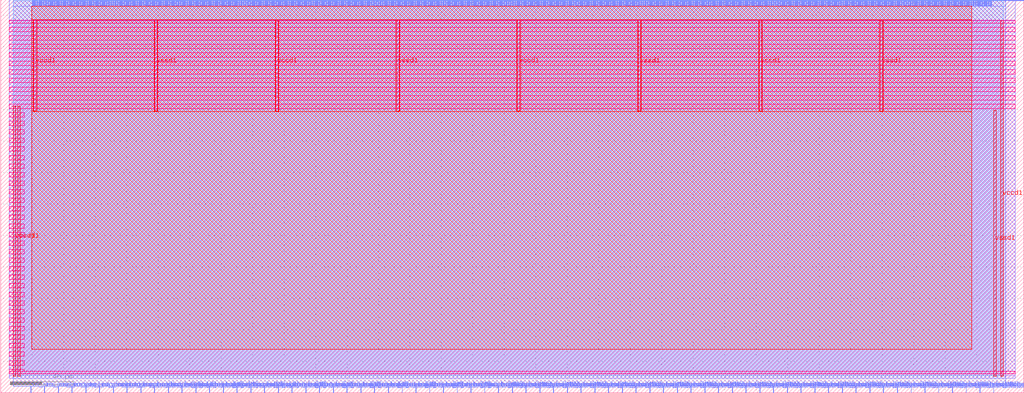
<source format=lef>
VERSION 5.7 ;
  NOWIREEXTENSIONATPIN ON ;
  DIVIDERCHAR "/" ;
  BUSBITCHARS "[]" ;
MACRO InstructionCache
  CLASS BLOCK ;
  FOREIGN InstructionCache ;
  ORIGIN 0.000 0.000 ;
  SIZE 650.000 BY 250.000 ;
  PIN clk
    DIRECTION INPUT ;
    USE SIGNAL ;
    PORT
      LAYER met2 ;
        RECT 627.530 246.000 627.810 250.000 ;
    END
  END clk
  PIN io_cpu_decode_cacheMiss
    DIRECTION OUTPUT TRISTATE ;
    USE SIGNAL ;
    PORT
      LAYER met2 ;
        RECT 20.330 246.000 20.610 250.000 ;
    END
  END io_cpu_decode_cacheMiss
  PIN io_cpu_decode_data[0]
    DIRECTION OUTPUT TRISTATE ;
    USE SIGNAL ;
    PORT
      LAYER met2 ;
        RECT 56.210 246.000 56.490 250.000 ;
    END
  END io_cpu_decode_data[0]
  PIN io_cpu_decode_data[10]
    DIRECTION OUTPUT TRISTATE ;
    USE SIGNAL ;
    PORT
      LAYER met2 ;
        RECT 232.850 246.000 233.130 250.000 ;
    END
  END io_cpu_decode_data[10]
  PIN io_cpu_decode_data[11]
    DIRECTION OUTPUT TRISTATE ;
    USE SIGNAL ;
    PORT
      LAYER met2 ;
        RECT 248.030 246.000 248.310 250.000 ;
    END
  END io_cpu_decode_data[11]
  PIN io_cpu_decode_data[12]
    DIRECTION OUTPUT TRISTATE ;
    USE SIGNAL ;
    PORT
      LAYER met2 ;
        RECT 263.210 246.000 263.490 250.000 ;
    END
  END io_cpu_decode_data[12]
  PIN io_cpu_decode_data[13]
    DIRECTION OUTPUT TRISTATE ;
    USE SIGNAL ;
    PORT
      LAYER met2 ;
        RECT 278.390 246.000 278.670 250.000 ;
    END
  END io_cpu_decode_data[13]
  PIN io_cpu_decode_data[14]
    DIRECTION OUTPUT TRISTATE ;
    USE SIGNAL ;
    PORT
      LAYER met2 ;
        RECT 293.570 246.000 293.850 250.000 ;
    END
  END io_cpu_decode_data[14]
  PIN io_cpu_decode_data[15]
    DIRECTION OUTPUT TRISTATE ;
    USE SIGNAL ;
    PORT
      LAYER met2 ;
        RECT 308.750 246.000 309.030 250.000 ;
    END
  END io_cpu_decode_data[15]
  PIN io_cpu_decode_data[16]
    DIRECTION OUTPUT TRISTATE ;
    USE SIGNAL ;
    PORT
      LAYER met2 ;
        RECT 323.930 246.000 324.210 250.000 ;
    END
  END io_cpu_decode_data[16]
  PIN io_cpu_decode_data[17]
    DIRECTION OUTPUT TRISTATE ;
    USE SIGNAL ;
    PORT
      LAYER met2 ;
        RECT 339.110 246.000 339.390 250.000 ;
    END
  END io_cpu_decode_data[17]
  PIN io_cpu_decode_data[18]
    DIRECTION OUTPUT TRISTATE ;
    USE SIGNAL ;
    PORT
      LAYER met2 ;
        RECT 354.290 246.000 354.570 250.000 ;
    END
  END io_cpu_decode_data[18]
  PIN io_cpu_decode_data[19]
    DIRECTION OUTPUT TRISTATE ;
    USE SIGNAL ;
    PORT
      LAYER met2 ;
        RECT 369.470 246.000 369.750 250.000 ;
    END
  END io_cpu_decode_data[19]
  PIN io_cpu_decode_data[1]
    DIRECTION OUTPUT TRISTATE ;
    USE SIGNAL ;
    PORT
      LAYER met2 ;
        RECT 75.530 246.000 75.810 250.000 ;
    END
  END io_cpu_decode_data[1]
  PIN io_cpu_decode_data[20]
    DIRECTION OUTPUT TRISTATE ;
    USE SIGNAL ;
    PORT
      LAYER met2 ;
        RECT 384.650 246.000 384.930 250.000 ;
    END
  END io_cpu_decode_data[20]
  PIN io_cpu_decode_data[21]
    DIRECTION OUTPUT TRISTATE ;
    USE SIGNAL ;
    PORT
      LAYER met2 ;
        RECT 399.830 246.000 400.110 250.000 ;
    END
  END io_cpu_decode_data[21]
  PIN io_cpu_decode_data[22]
    DIRECTION OUTPUT TRISTATE ;
    USE SIGNAL ;
    PORT
      LAYER met2 ;
        RECT 415.010 246.000 415.290 250.000 ;
    END
  END io_cpu_decode_data[22]
  PIN io_cpu_decode_data[23]
    DIRECTION OUTPUT TRISTATE ;
    USE SIGNAL ;
    PORT
      LAYER met2 ;
        RECT 430.190 246.000 430.470 250.000 ;
    END
  END io_cpu_decode_data[23]
  PIN io_cpu_decode_data[24]
    DIRECTION OUTPUT TRISTATE ;
    USE SIGNAL ;
    PORT
      LAYER met2 ;
        RECT 445.370 246.000 445.650 250.000 ;
    END
  END io_cpu_decode_data[24]
  PIN io_cpu_decode_data[25]
    DIRECTION OUTPUT TRISTATE ;
    USE SIGNAL ;
    PORT
      LAYER met2 ;
        RECT 460.550 246.000 460.830 250.000 ;
    END
  END io_cpu_decode_data[25]
  PIN io_cpu_decode_data[26]
    DIRECTION OUTPUT TRISTATE ;
    USE SIGNAL ;
    PORT
      LAYER met2 ;
        RECT 475.730 246.000 476.010 250.000 ;
    END
  END io_cpu_decode_data[26]
  PIN io_cpu_decode_data[27]
    DIRECTION OUTPUT TRISTATE ;
    USE SIGNAL ;
    PORT
      LAYER met2 ;
        RECT 490.910 246.000 491.190 250.000 ;
    END
  END io_cpu_decode_data[27]
  PIN io_cpu_decode_data[28]
    DIRECTION OUTPUT TRISTATE ;
    USE SIGNAL ;
    PORT
      LAYER met2 ;
        RECT 506.090 246.000 506.370 250.000 ;
    END
  END io_cpu_decode_data[28]
  PIN io_cpu_decode_data[29]
    DIRECTION OUTPUT TRISTATE ;
    USE SIGNAL ;
    PORT
      LAYER met2 ;
        RECT 521.270 246.000 521.550 250.000 ;
    END
  END io_cpu_decode_data[29]
  PIN io_cpu_decode_data[2]
    DIRECTION OUTPUT TRISTATE ;
    USE SIGNAL ;
    PORT
      LAYER met2 ;
        RECT 94.850 246.000 95.130 250.000 ;
    END
  END io_cpu_decode_data[2]
  PIN io_cpu_decode_data[30]
    DIRECTION OUTPUT TRISTATE ;
    USE SIGNAL ;
    PORT
      LAYER met2 ;
        RECT 536.450 246.000 536.730 250.000 ;
    END
  END io_cpu_decode_data[30]
  PIN io_cpu_decode_data[31]
    DIRECTION OUTPUT TRISTATE ;
    USE SIGNAL ;
    PORT
      LAYER met2 ;
        RECT 551.630 246.000 551.910 250.000 ;
    END
  END io_cpu_decode_data[31]
  PIN io_cpu_decode_data[3]
    DIRECTION OUTPUT TRISTATE ;
    USE SIGNAL ;
    PORT
      LAYER met2 ;
        RECT 114.170 246.000 114.450 250.000 ;
    END
  END io_cpu_decode_data[3]
  PIN io_cpu_decode_data[4]
    DIRECTION OUTPUT TRISTATE ;
    USE SIGNAL ;
    PORT
      LAYER met2 ;
        RECT 133.490 246.000 133.770 250.000 ;
    END
  END io_cpu_decode_data[4]
  PIN io_cpu_decode_data[5]
    DIRECTION OUTPUT TRISTATE ;
    USE SIGNAL ;
    PORT
      LAYER met2 ;
        RECT 150.050 246.000 150.330 250.000 ;
    END
  END io_cpu_decode_data[5]
  PIN io_cpu_decode_data[6]
    DIRECTION OUTPUT TRISTATE ;
    USE SIGNAL ;
    PORT
      LAYER met2 ;
        RECT 166.610 246.000 166.890 250.000 ;
    END
  END io_cpu_decode_data[6]
  PIN io_cpu_decode_data[7]
    DIRECTION OUTPUT TRISTATE ;
    USE SIGNAL ;
    PORT
      LAYER met2 ;
        RECT 183.170 246.000 183.450 250.000 ;
    END
  END io_cpu_decode_data[7]
  PIN io_cpu_decode_data[8]
    DIRECTION OUTPUT TRISTATE ;
    USE SIGNAL ;
    PORT
      LAYER met2 ;
        RECT 199.730 246.000 200.010 250.000 ;
    END
  END io_cpu_decode_data[8]
  PIN io_cpu_decode_data[9]
    DIRECTION OUTPUT TRISTATE ;
    USE SIGNAL ;
    PORT
      LAYER met2 ;
        RECT 216.290 246.000 216.570 250.000 ;
    END
  END io_cpu_decode_data[9]
  PIN io_cpu_decode_error
    DIRECTION OUTPUT TRISTATE ;
    USE SIGNAL ;
    PORT
      LAYER met2 ;
        RECT 21.710 246.000 21.990 250.000 ;
    END
  END io_cpu_decode_error
  PIN io_cpu_decode_exceptionType[0]
    DIRECTION OUTPUT TRISTATE ;
    USE SIGNAL ;
    PORT
      LAYER met2 ;
        RECT 57.590 246.000 57.870 250.000 ;
    END
  END io_cpu_decode_exceptionType[0]
  PIN io_cpu_decode_exceptionType[1]
    DIRECTION OUTPUT TRISTATE ;
    USE SIGNAL ;
    PORT
      LAYER met2 ;
        RECT 76.910 246.000 77.190 250.000 ;
    END
  END io_cpu_decode_exceptionType[1]
  PIN io_cpu_decode_exceptionType[2]
    DIRECTION OUTPUT TRISTATE ;
    USE SIGNAL ;
    PORT
      LAYER met2 ;
        RECT 96.230 246.000 96.510 250.000 ;
    END
  END io_cpu_decode_exceptionType[2]
  PIN io_cpu_decode_exceptionType[3]
    DIRECTION OUTPUT TRISTATE ;
    USE SIGNAL ;
    PORT
      LAYER met2 ;
        RECT 115.550 246.000 115.830 250.000 ;
    END
  END io_cpu_decode_exceptionType[3]
  PIN io_cpu_decode_isStuck
    DIRECTION INPUT ;
    USE SIGNAL ;
    PORT
      LAYER met2 ;
        RECT 23.090 246.000 23.370 250.000 ;
    END
  END io_cpu_decode_isStuck
  PIN io_cpu_decode_isUser
    DIRECTION INPUT ;
    USE SIGNAL ;
    PORT
      LAYER met2 ;
        RECT 24.470 246.000 24.750 250.000 ;
    END
  END io_cpu_decode_isUser
  PIN io_cpu_decode_isValid
    DIRECTION INPUT ;
    USE SIGNAL ;
    PORT
      LAYER met2 ;
        RECT 25.850 246.000 26.130 250.000 ;
    END
  END io_cpu_decode_isValid
  PIN io_cpu_decode_mmuException
    DIRECTION OUTPUT TRISTATE ;
    USE SIGNAL ;
    PORT
      LAYER met2 ;
        RECT 27.230 246.000 27.510 250.000 ;
    END
  END io_cpu_decode_mmuException
  PIN io_cpu_decode_mmuRefilling
    DIRECTION OUTPUT TRISTATE ;
    USE SIGNAL ;
    PORT
      LAYER met2 ;
        RECT 28.610 246.000 28.890 250.000 ;
    END
  END io_cpu_decode_mmuRefilling
  PIN io_cpu_decode_pc[0]
    DIRECTION INPUT ;
    USE SIGNAL ;
    PORT
      LAYER met2 ;
        RECT 58.970 246.000 59.250 250.000 ;
    END
  END io_cpu_decode_pc[0]
  PIN io_cpu_decode_pc[10]
    DIRECTION INPUT ;
    USE SIGNAL ;
    PORT
      LAYER met2 ;
        RECT 234.230 246.000 234.510 250.000 ;
    END
  END io_cpu_decode_pc[10]
  PIN io_cpu_decode_pc[11]
    DIRECTION INPUT ;
    USE SIGNAL ;
    PORT
      LAYER met2 ;
        RECT 249.410 246.000 249.690 250.000 ;
    END
  END io_cpu_decode_pc[11]
  PIN io_cpu_decode_pc[12]
    DIRECTION INPUT ;
    USE SIGNAL ;
    PORT
      LAYER met2 ;
        RECT 264.590 246.000 264.870 250.000 ;
    END
  END io_cpu_decode_pc[12]
  PIN io_cpu_decode_pc[13]
    DIRECTION INPUT ;
    USE SIGNAL ;
    PORT
      LAYER met2 ;
        RECT 279.770 246.000 280.050 250.000 ;
    END
  END io_cpu_decode_pc[13]
  PIN io_cpu_decode_pc[14]
    DIRECTION INPUT ;
    USE SIGNAL ;
    PORT
      LAYER met2 ;
        RECT 294.950 246.000 295.230 250.000 ;
    END
  END io_cpu_decode_pc[14]
  PIN io_cpu_decode_pc[15]
    DIRECTION INPUT ;
    USE SIGNAL ;
    PORT
      LAYER met2 ;
        RECT 310.130 246.000 310.410 250.000 ;
    END
  END io_cpu_decode_pc[15]
  PIN io_cpu_decode_pc[16]
    DIRECTION INPUT ;
    USE SIGNAL ;
    PORT
      LAYER met2 ;
        RECT 325.310 246.000 325.590 250.000 ;
    END
  END io_cpu_decode_pc[16]
  PIN io_cpu_decode_pc[17]
    DIRECTION INPUT ;
    USE SIGNAL ;
    PORT
      LAYER met2 ;
        RECT 340.490 246.000 340.770 250.000 ;
    END
  END io_cpu_decode_pc[17]
  PIN io_cpu_decode_pc[18]
    DIRECTION INPUT ;
    USE SIGNAL ;
    PORT
      LAYER met2 ;
        RECT 355.670 246.000 355.950 250.000 ;
    END
  END io_cpu_decode_pc[18]
  PIN io_cpu_decode_pc[19]
    DIRECTION INPUT ;
    USE SIGNAL ;
    PORT
      LAYER met2 ;
        RECT 370.850 246.000 371.130 250.000 ;
    END
  END io_cpu_decode_pc[19]
  PIN io_cpu_decode_pc[1]
    DIRECTION INPUT ;
    USE SIGNAL ;
    PORT
      LAYER met2 ;
        RECT 78.290 246.000 78.570 250.000 ;
    END
  END io_cpu_decode_pc[1]
  PIN io_cpu_decode_pc[20]
    DIRECTION INPUT ;
    USE SIGNAL ;
    PORT
      LAYER met2 ;
        RECT 386.030 246.000 386.310 250.000 ;
    END
  END io_cpu_decode_pc[20]
  PIN io_cpu_decode_pc[21]
    DIRECTION INPUT ;
    USE SIGNAL ;
    PORT
      LAYER met2 ;
        RECT 401.210 246.000 401.490 250.000 ;
    END
  END io_cpu_decode_pc[21]
  PIN io_cpu_decode_pc[22]
    DIRECTION INPUT ;
    USE SIGNAL ;
    PORT
      LAYER met2 ;
        RECT 416.390 246.000 416.670 250.000 ;
    END
  END io_cpu_decode_pc[22]
  PIN io_cpu_decode_pc[23]
    DIRECTION INPUT ;
    USE SIGNAL ;
    PORT
      LAYER met2 ;
        RECT 431.570 246.000 431.850 250.000 ;
    END
  END io_cpu_decode_pc[23]
  PIN io_cpu_decode_pc[24]
    DIRECTION INPUT ;
    USE SIGNAL ;
    PORT
      LAYER met2 ;
        RECT 446.750 246.000 447.030 250.000 ;
    END
  END io_cpu_decode_pc[24]
  PIN io_cpu_decode_pc[25]
    DIRECTION INPUT ;
    USE SIGNAL ;
    PORT
      LAYER met2 ;
        RECT 461.930 246.000 462.210 250.000 ;
    END
  END io_cpu_decode_pc[25]
  PIN io_cpu_decode_pc[26]
    DIRECTION INPUT ;
    USE SIGNAL ;
    PORT
      LAYER met2 ;
        RECT 477.110 246.000 477.390 250.000 ;
    END
  END io_cpu_decode_pc[26]
  PIN io_cpu_decode_pc[27]
    DIRECTION INPUT ;
    USE SIGNAL ;
    PORT
      LAYER met2 ;
        RECT 492.290 246.000 492.570 250.000 ;
    END
  END io_cpu_decode_pc[27]
  PIN io_cpu_decode_pc[28]
    DIRECTION INPUT ;
    USE SIGNAL ;
    PORT
      LAYER met2 ;
        RECT 507.470 246.000 507.750 250.000 ;
    END
  END io_cpu_decode_pc[28]
  PIN io_cpu_decode_pc[29]
    DIRECTION INPUT ;
    USE SIGNAL ;
    PORT
      LAYER met2 ;
        RECT 522.650 246.000 522.930 250.000 ;
    END
  END io_cpu_decode_pc[29]
  PIN io_cpu_decode_pc[2]
    DIRECTION INPUT ;
    USE SIGNAL ;
    PORT
      LAYER met2 ;
        RECT 97.610 246.000 97.890 250.000 ;
    END
  END io_cpu_decode_pc[2]
  PIN io_cpu_decode_pc[30]
    DIRECTION INPUT ;
    USE SIGNAL ;
    PORT
      LAYER met2 ;
        RECT 537.830 246.000 538.110 250.000 ;
    END
  END io_cpu_decode_pc[30]
  PIN io_cpu_decode_pc[31]
    DIRECTION INPUT ;
    USE SIGNAL ;
    PORT
      LAYER met2 ;
        RECT 553.010 246.000 553.290 250.000 ;
    END
  END io_cpu_decode_pc[31]
  PIN io_cpu_decode_pc[3]
    DIRECTION INPUT ;
    USE SIGNAL ;
    PORT
      LAYER met2 ;
        RECT 116.930 246.000 117.210 250.000 ;
    END
  END io_cpu_decode_pc[3]
  PIN io_cpu_decode_pc[4]
    DIRECTION INPUT ;
    USE SIGNAL ;
    PORT
      LAYER met2 ;
        RECT 134.870 246.000 135.150 250.000 ;
    END
  END io_cpu_decode_pc[4]
  PIN io_cpu_decode_pc[5]
    DIRECTION INPUT ;
    USE SIGNAL ;
    PORT
      LAYER met2 ;
        RECT 151.430 246.000 151.710 250.000 ;
    END
  END io_cpu_decode_pc[5]
  PIN io_cpu_decode_pc[6]
    DIRECTION INPUT ;
    USE SIGNAL ;
    PORT
      LAYER met2 ;
        RECT 167.990 246.000 168.270 250.000 ;
    END
  END io_cpu_decode_pc[6]
  PIN io_cpu_decode_pc[7]
    DIRECTION INPUT ;
    USE SIGNAL ;
    PORT
      LAYER met2 ;
        RECT 184.550 246.000 184.830 250.000 ;
    END
  END io_cpu_decode_pc[7]
  PIN io_cpu_decode_pc[8]
    DIRECTION INPUT ;
    USE SIGNAL ;
    PORT
      LAYER met2 ;
        RECT 201.110 246.000 201.390 250.000 ;
    END
  END io_cpu_decode_pc[8]
  PIN io_cpu_decode_pc[9]
    DIRECTION INPUT ;
    USE SIGNAL ;
    PORT
      LAYER met2 ;
        RECT 217.670 246.000 217.950 250.000 ;
    END
  END io_cpu_decode_pc[9]
  PIN io_cpu_decode_physicalAddress[0]
    DIRECTION OUTPUT TRISTATE ;
    USE SIGNAL ;
    PORT
      LAYER met2 ;
        RECT 60.350 246.000 60.630 250.000 ;
    END
  END io_cpu_decode_physicalAddress[0]
  PIN io_cpu_decode_physicalAddress[10]
    DIRECTION OUTPUT TRISTATE ;
    USE SIGNAL ;
    PORT
      LAYER met2 ;
        RECT 235.610 246.000 235.890 250.000 ;
    END
  END io_cpu_decode_physicalAddress[10]
  PIN io_cpu_decode_physicalAddress[11]
    DIRECTION OUTPUT TRISTATE ;
    USE SIGNAL ;
    PORT
      LAYER met2 ;
        RECT 250.790 246.000 251.070 250.000 ;
    END
  END io_cpu_decode_physicalAddress[11]
  PIN io_cpu_decode_physicalAddress[12]
    DIRECTION OUTPUT TRISTATE ;
    USE SIGNAL ;
    PORT
      LAYER met2 ;
        RECT 265.970 246.000 266.250 250.000 ;
    END
  END io_cpu_decode_physicalAddress[12]
  PIN io_cpu_decode_physicalAddress[13]
    DIRECTION OUTPUT TRISTATE ;
    USE SIGNAL ;
    PORT
      LAYER met2 ;
        RECT 281.150 246.000 281.430 250.000 ;
    END
  END io_cpu_decode_physicalAddress[13]
  PIN io_cpu_decode_physicalAddress[14]
    DIRECTION OUTPUT TRISTATE ;
    USE SIGNAL ;
    PORT
      LAYER met2 ;
        RECT 296.330 246.000 296.610 250.000 ;
    END
  END io_cpu_decode_physicalAddress[14]
  PIN io_cpu_decode_physicalAddress[15]
    DIRECTION OUTPUT TRISTATE ;
    USE SIGNAL ;
    PORT
      LAYER met2 ;
        RECT 311.510 246.000 311.790 250.000 ;
    END
  END io_cpu_decode_physicalAddress[15]
  PIN io_cpu_decode_physicalAddress[16]
    DIRECTION OUTPUT TRISTATE ;
    USE SIGNAL ;
    PORT
      LAYER met2 ;
        RECT 326.690 246.000 326.970 250.000 ;
    END
  END io_cpu_decode_physicalAddress[16]
  PIN io_cpu_decode_physicalAddress[17]
    DIRECTION OUTPUT TRISTATE ;
    USE SIGNAL ;
    PORT
      LAYER met2 ;
        RECT 341.870 246.000 342.150 250.000 ;
    END
  END io_cpu_decode_physicalAddress[17]
  PIN io_cpu_decode_physicalAddress[18]
    DIRECTION OUTPUT TRISTATE ;
    USE SIGNAL ;
    PORT
      LAYER met2 ;
        RECT 357.050 246.000 357.330 250.000 ;
    END
  END io_cpu_decode_physicalAddress[18]
  PIN io_cpu_decode_physicalAddress[19]
    DIRECTION OUTPUT TRISTATE ;
    USE SIGNAL ;
    PORT
      LAYER met2 ;
        RECT 372.230 246.000 372.510 250.000 ;
    END
  END io_cpu_decode_physicalAddress[19]
  PIN io_cpu_decode_physicalAddress[1]
    DIRECTION OUTPUT TRISTATE ;
    USE SIGNAL ;
    PORT
      LAYER met2 ;
        RECT 79.670 246.000 79.950 250.000 ;
    END
  END io_cpu_decode_physicalAddress[1]
  PIN io_cpu_decode_physicalAddress[20]
    DIRECTION OUTPUT TRISTATE ;
    USE SIGNAL ;
    PORT
      LAYER met2 ;
        RECT 387.410 246.000 387.690 250.000 ;
    END
  END io_cpu_decode_physicalAddress[20]
  PIN io_cpu_decode_physicalAddress[21]
    DIRECTION OUTPUT TRISTATE ;
    USE SIGNAL ;
    PORT
      LAYER met2 ;
        RECT 402.590 246.000 402.870 250.000 ;
    END
  END io_cpu_decode_physicalAddress[21]
  PIN io_cpu_decode_physicalAddress[22]
    DIRECTION OUTPUT TRISTATE ;
    USE SIGNAL ;
    PORT
      LAYER met2 ;
        RECT 417.770 246.000 418.050 250.000 ;
    END
  END io_cpu_decode_physicalAddress[22]
  PIN io_cpu_decode_physicalAddress[23]
    DIRECTION OUTPUT TRISTATE ;
    USE SIGNAL ;
    PORT
      LAYER met2 ;
        RECT 432.950 246.000 433.230 250.000 ;
    END
  END io_cpu_decode_physicalAddress[23]
  PIN io_cpu_decode_physicalAddress[24]
    DIRECTION OUTPUT TRISTATE ;
    USE SIGNAL ;
    PORT
      LAYER met2 ;
        RECT 448.130 246.000 448.410 250.000 ;
    END
  END io_cpu_decode_physicalAddress[24]
  PIN io_cpu_decode_physicalAddress[25]
    DIRECTION OUTPUT TRISTATE ;
    USE SIGNAL ;
    PORT
      LAYER met2 ;
        RECT 463.310 246.000 463.590 250.000 ;
    END
  END io_cpu_decode_physicalAddress[25]
  PIN io_cpu_decode_physicalAddress[26]
    DIRECTION OUTPUT TRISTATE ;
    USE SIGNAL ;
    PORT
      LAYER met2 ;
        RECT 478.490 246.000 478.770 250.000 ;
    END
  END io_cpu_decode_physicalAddress[26]
  PIN io_cpu_decode_physicalAddress[27]
    DIRECTION OUTPUT TRISTATE ;
    USE SIGNAL ;
    PORT
      LAYER met2 ;
        RECT 493.670 246.000 493.950 250.000 ;
    END
  END io_cpu_decode_physicalAddress[27]
  PIN io_cpu_decode_physicalAddress[28]
    DIRECTION OUTPUT TRISTATE ;
    USE SIGNAL ;
    PORT
      LAYER met2 ;
        RECT 508.850 246.000 509.130 250.000 ;
    END
  END io_cpu_decode_physicalAddress[28]
  PIN io_cpu_decode_physicalAddress[29]
    DIRECTION OUTPUT TRISTATE ;
    USE SIGNAL ;
    PORT
      LAYER met2 ;
        RECT 524.030 246.000 524.310 250.000 ;
    END
  END io_cpu_decode_physicalAddress[29]
  PIN io_cpu_decode_physicalAddress[2]
    DIRECTION OUTPUT TRISTATE ;
    USE SIGNAL ;
    PORT
      LAYER met2 ;
        RECT 98.990 246.000 99.270 250.000 ;
    END
  END io_cpu_decode_physicalAddress[2]
  PIN io_cpu_decode_physicalAddress[30]
    DIRECTION OUTPUT TRISTATE ;
    USE SIGNAL ;
    PORT
      LAYER met2 ;
        RECT 539.210 246.000 539.490 250.000 ;
    END
  END io_cpu_decode_physicalAddress[30]
  PIN io_cpu_decode_physicalAddress[31]
    DIRECTION OUTPUT TRISTATE ;
    USE SIGNAL ;
    PORT
      LAYER met2 ;
        RECT 554.390 246.000 554.670 250.000 ;
    END
  END io_cpu_decode_physicalAddress[31]
  PIN io_cpu_decode_physicalAddress[3]
    DIRECTION OUTPUT TRISTATE ;
    USE SIGNAL ;
    PORT
      LAYER met2 ;
        RECT 118.310 246.000 118.590 250.000 ;
    END
  END io_cpu_decode_physicalAddress[3]
  PIN io_cpu_decode_physicalAddress[4]
    DIRECTION OUTPUT TRISTATE ;
    USE SIGNAL ;
    PORT
      LAYER met2 ;
        RECT 136.250 246.000 136.530 250.000 ;
    END
  END io_cpu_decode_physicalAddress[4]
  PIN io_cpu_decode_physicalAddress[5]
    DIRECTION OUTPUT TRISTATE ;
    USE SIGNAL ;
    PORT
      LAYER met2 ;
        RECT 152.810 246.000 153.090 250.000 ;
    END
  END io_cpu_decode_physicalAddress[5]
  PIN io_cpu_decode_physicalAddress[6]
    DIRECTION OUTPUT TRISTATE ;
    USE SIGNAL ;
    PORT
      LAYER met2 ;
        RECT 169.370 246.000 169.650 250.000 ;
    END
  END io_cpu_decode_physicalAddress[6]
  PIN io_cpu_decode_physicalAddress[7]
    DIRECTION OUTPUT TRISTATE ;
    USE SIGNAL ;
    PORT
      LAYER met2 ;
        RECT 185.930 246.000 186.210 250.000 ;
    END
  END io_cpu_decode_physicalAddress[7]
  PIN io_cpu_decode_physicalAddress[8]
    DIRECTION OUTPUT TRISTATE ;
    USE SIGNAL ;
    PORT
      LAYER met2 ;
        RECT 202.490 246.000 202.770 250.000 ;
    END
  END io_cpu_decode_physicalAddress[8]
  PIN io_cpu_decode_physicalAddress[9]
    DIRECTION OUTPUT TRISTATE ;
    USE SIGNAL ;
    PORT
      LAYER met2 ;
        RECT 219.050 246.000 219.330 250.000 ;
    END
  END io_cpu_decode_physicalAddress[9]
  PIN io_cpu_fetch_bypassTranslation
    DIRECTION INPUT ;
    USE SIGNAL ;
    PORT
      LAYER met2 ;
        RECT 29.990 246.000 30.270 250.000 ;
    END
  END io_cpu_fetch_bypassTranslation
  PIN io_cpu_fetch_data[0]
    DIRECTION OUTPUT TRISTATE ;
    USE SIGNAL ;
    PORT
      LAYER met2 ;
        RECT 61.730 246.000 62.010 250.000 ;
    END
  END io_cpu_fetch_data[0]
  PIN io_cpu_fetch_data[10]
    DIRECTION OUTPUT TRISTATE ;
    USE SIGNAL ;
    PORT
      LAYER met2 ;
        RECT 236.990 246.000 237.270 250.000 ;
    END
  END io_cpu_fetch_data[10]
  PIN io_cpu_fetch_data[11]
    DIRECTION OUTPUT TRISTATE ;
    USE SIGNAL ;
    PORT
      LAYER met2 ;
        RECT 252.170 246.000 252.450 250.000 ;
    END
  END io_cpu_fetch_data[11]
  PIN io_cpu_fetch_data[12]
    DIRECTION OUTPUT TRISTATE ;
    USE SIGNAL ;
    PORT
      LAYER met2 ;
        RECT 267.350 246.000 267.630 250.000 ;
    END
  END io_cpu_fetch_data[12]
  PIN io_cpu_fetch_data[13]
    DIRECTION OUTPUT TRISTATE ;
    USE SIGNAL ;
    PORT
      LAYER met2 ;
        RECT 282.530 246.000 282.810 250.000 ;
    END
  END io_cpu_fetch_data[13]
  PIN io_cpu_fetch_data[14]
    DIRECTION OUTPUT TRISTATE ;
    USE SIGNAL ;
    PORT
      LAYER met2 ;
        RECT 297.710 246.000 297.990 250.000 ;
    END
  END io_cpu_fetch_data[14]
  PIN io_cpu_fetch_data[15]
    DIRECTION OUTPUT TRISTATE ;
    USE SIGNAL ;
    PORT
      LAYER met2 ;
        RECT 312.890 246.000 313.170 250.000 ;
    END
  END io_cpu_fetch_data[15]
  PIN io_cpu_fetch_data[16]
    DIRECTION OUTPUT TRISTATE ;
    USE SIGNAL ;
    PORT
      LAYER met2 ;
        RECT 328.070 246.000 328.350 250.000 ;
    END
  END io_cpu_fetch_data[16]
  PIN io_cpu_fetch_data[17]
    DIRECTION OUTPUT TRISTATE ;
    USE SIGNAL ;
    PORT
      LAYER met2 ;
        RECT 343.250 246.000 343.530 250.000 ;
    END
  END io_cpu_fetch_data[17]
  PIN io_cpu_fetch_data[18]
    DIRECTION OUTPUT TRISTATE ;
    USE SIGNAL ;
    PORT
      LAYER met2 ;
        RECT 358.430 246.000 358.710 250.000 ;
    END
  END io_cpu_fetch_data[18]
  PIN io_cpu_fetch_data[19]
    DIRECTION OUTPUT TRISTATE ;
    USE SIGNAL ;
    PORT
      LAYER met2 ;
        RECT 373.610 246.000 373.890 250.000 ;
    END
  END io_cpu_fetch_data[19]
  PIN io_cpu_fetch_data[1]
    DIRECTION OUTPUT TRISTATE ;
    USE SIGNAL ;
    PORT
      LAYER met2 ;
        RECT 81.050 246.000 81.330 250.000 ;
    END
  END io_cpu_fetch_data[1]
  PIN io_cpu_fetch_data[20]
    DIRECTION OUTPUT TRISTATE ;
    USE SIGNAL ;
    PORT
      LAYER met2 ;
        RECT 388.790 246.000 389.070 250.000 ;
    END
  END io_cpu_fetch_data[20]
  PIN io_cpu_fetch_data[21]
    DIRECTION OUTPUT TRISTATE ;
    USE SIGNAL ;
    PORT
      LAYER met2 ;
        RECT 403.970 246.000 404.250 250.000 ;
    END
  END io_cpu_fetch_data[21]
  PIN io_cpu_fetch_data[22]
    DIRECTION OUTPUT TRISTATE ;
    USE SIGNAL ;
    PORT
      LAYER met2 ;
        RECT 419.150 246.000 419.430 250.000 ;
    END
  END io_cpu_fetch_data[22]
  PIN io_cpu_fetch_data[23]
    DIRECTION OUTPUT TRISTATE ;
    USE SIGNAL ;
    PORT
      LAYER met2 ;
        RECT 434.330 246.000 434.610 250.000 ;
    END
  END io_cpu_fetch_data[23]
  PIN io_cpu_fetch_data[24]
    DIRECTION OUTPUT TRISTATE ;
    USE SIGNAL ;
    PORT
      LAYER met2 ;
        RECT 449.510 246.000 449.790 250.000 ;
    END
  END io_cpu_fetch_data[24]
  PIN io_cpu_fetch_data[25]
    DIRECTION OUTPUT TRISTATE ;
    USE SIGNAL ;
    PORT
      LAYER met2 ;
        RECT 464.690 246.000 464.970 250.000 ;
    END
  END io_cpu_fetch_data[25]
  PIN io_cpu_fetch_data[26]
    DIRECTION OUTPUT TRISTATE ;
    USE SIGNAL ;
    PORT
      LAYER met2 ;
        RECT 479.870 246.000 480.150 250.000 ;
    END
  END io_cpu_fetch_data[26]
  PIN io_cpu_fetch_data[27]
    DIRECTION OUTPUT TRISTATE ;
    USE SIGNAL ;
    PORT
      LAYER met2 ;
        RECT 495.050 246.000 495.330 250.000 ;
    END
  END io_cpu_fetch_data[27]
  PIN io_cpu_fetch_data[28]
    DIRECTION OUTPUT TRISTATE ;
    USE SIGNAL ;
    PORT
      LAYER met2 ;
        RECT 510.230 246.000 510.510 250.000 ;
    END
  END io_cpu_fetch_data[28]
  PIN io_cpu_fetch_data[29]
    DIRECTION OUTPUT TRISTATE ;
    USE SIGNAL ;
    PORT
      LAYER met2 ;
        RECT 525.410 246.000 525.690 250.000 ;
    END
  END io_cpu_fetch_data[29]
  PIN io_cpu_fetch_data[2]
    DIRECTION OUTPUT TRISTATE ;
    USE SIGNAL ;
    PORT
      LAYER met2 ;
        RECT 100.370 246.000 100.650 250.000 ;
    END
  END io_cpu_fetch_data[2]
  PIN io_cpu_fetch_data[30]
    DIRECTION OUTPUT TRISTATE ;
    USE SIGNAL ;
    PORT
      LAYER met2 ;
        RECT 540.590 246.000 540.870 250.000 ;
    END
  END io_cpu_fetch_data[30]
  PIN io_cpu_fetch_data[31]
    DIRECTION OUTPUT TRISTATE ;
    USE SIGNAL ;
    PORT
      LAYER met2 ;
        RECT 555.770 246.000 556.050 250.000 ;
    END
  END io_cpu_fetch_data[31]
  PIN io_cpu_fetch_data[3]
    DIRECTION OUTPUT TRISTATE ;
    USE SIGNAL ;
    PORT
      LAYER met2 ;
        RECT 119.690 246.000 119.970 250.000 ;
    END
  END io_cpu_fetch_data[3]
  PIN io_cpu_fetch_data[4]
    DIRECTION OUTPUT TRISTATE ;
    USE SIGNAL ;
    PORT
      LAYER met2 ;
        RECT 137.630 246.000 137.910 250.000 ;
    END
  END io_cpu_fetch_data[4]
  PIN io_cpu_fetch_data[5]
    DIRECTION OUTPUT TRISTATE ;
    USE SIGNAL ;
    PORT
      LAYER met2 ;
        RECT 154.190 246.000 154.470 250.000 ;
    END
  END io_cpu_fetch_data[5]
  PIN io_cpu_fetch_data[6]
    DIRECTION OUTPUT TRISTATE ;
    USE SIGNAL ;
    PORT
      LAYER met2 ;
        RECT 170.750 246.000 171.030 250.000 ;
    END
  END io_cpu_fetch_data[6]
  PIN io_cpu_fetch_data[7]
    DIRECTION OUTPUT TRISTATE ;
    USE SIGNAL ;
    PORT
      LAYER met2 ;
        RECT 187.310 246.000 187.590 250.000 ;
    END
  END io_cpu_fetch_data[7]
  PIN io_cpu_fetch_data[8]
    DIRECTION OUTPUT TRISTATE ;
    USE SIGNAL ;
    PORT
      LAYER met2 ;
        RECT 203.870 246.000 204.150 250.000 ;
    END
  END io_cpu_fetch_data[8]
  PIN io_cpu_fetch_data[9]
    DIRECTION OUTPUT TRISTATE ;
    USE SIGNAL ;
    PORT
      LAYER met2 ;
        RECT 220.430 246.000 220.710 250.000 ;
    END
  END io_cpu_fetch_data[9]
  PIN io_cpu_fetch_exceptionType[0]
    DIRECTION OUTPUT TRISTATE ;
    USE SIGNAL ;
    PORT
      LAYER met2 ;
        RECT 63.110 246.000 63.390 250.000 ;
    END
  END io_cpu_fetch_exceptionType[0]
  PIN io_cpu_fetch_exceptionType[1]
    DIRECTION OUTPUT TRISTATE ;
    USE SIGNAL ;
    PORT
      LAYER met2 ;
        RECT 82.430 246.000 82.710 250.000 ;
    END
  END io_cpu_fetch_exceptionType[1]
  PIN io_cpu_fetch_exceptionType[2]
    DIRECTION OUTPUT TRISTATE ;
    USE SIGNAL ;
    PORT
      LAYER met2 ;
        RECT 101.750 246.000 102.030 250.000 ;
    END
  END io_cpu_fetch_exceptionType[2]
  PIN io_cpu_fetch_exceptionType[3]
    DIRECTION OUTPUT TRISTATE ;
    USE SIGNAL ;
    PORT
      LAYER met2 ;
        RECT 121.070 246.000 121.350 250.000 ;
    END
  END io_cpu_fetch_exceptionType[3]
  PIN io_cpu_fetch_haltIt
    DIRECTION OUTPUT TRISTATE ;
    USE SIGNAL ;
    PORT
      LAYER met2 ;
        RECT 31.370 246.000 31.650 250.000 ;
    END
  END io_cpu_fetch_haltIt
  PIN io_cpu_fetch_isRemoved
    DIRECTION INPUT ;
    USE SIGNAL ;
    PORT
      LAYER met2 ;
        RECT 32.750 246.000 33.030 250.000 ;
    END
  END io_cpu_fetch_isRemoved
  PIN io_cpu_fetch_isStuck
    DIRECTION INPUT ;
    USE SIGNAL ;
    PORT
      LAYER met2 ;
        RECT 34.130 246.000 34.410 250.000 ;
    END
  END io_cpu_fetch_isStuck
  PIN io_cpu_fetch_isValid
    DIRECTION INPUT ;
    USE SIGNAL ;
    PORT
      LAYER met2 ;
        RECT 35.510 246.000 35.790 250.000 ;
    END
  END io_cpu_fetch_isValid
  PIN io_cpu_fetch_mmuBus_busy
    DIRECTION INPUT ;
    USE SIGNAL ;
    PORT
      LAYER met2 ;
        RECT 36.890 246.000 37.170 250.000 ;
    END
  END io_cpu_fetch_mmuBus_busy
  PIN io_cpu_fetch_mmuBus_cmd_bypassTranslation
    DIRECTION OUTPUT TRISTATE ;
    USE SIGNAL ;
    PORT
      LAYER met2 ;
        RECT 38.270 246.000 38.550 250.000 ;
    END
  END io_cpu_fetch_mmuBus_cmd_bypassTranslation
  PIN io_cpu_fetch_mmuBus_cmd_isValid
    DIRECTION OUTPUT TRISTATE ;
    USE SIGNAL ;
    PORT
      LAYER met2 ;
        RECT 39.650 246.000 39.930 250.000 ;
    END
  END io_cpu_fetch_mmuBus_cmd_isValid
  PIN io_cpu_fetch_mmuBus_cmd_virtualAddress[0]
    DIRECTION OUTPUT TRISTATE ;
    USE SIGNAL ;
    PORT
      LAYER met2 ;
        RECT 64.490 246.000 64.770 250.000 ;
    END
  END io_cpu_fetch_mmuBus_cmd_virtualAddress[0]
  PIN io_cpu_fetch_mmuBus_cmd_virtualAddress[10]
    DIRECTION OUTPUT TRISTATE ;
    USE SIGNAL ;
    PORT
      LAYER met2 ;
        RECT 238.370 246.000 238.650 250.000 ;
    END
  END io_cpu_fetch_mmuBus_cmd_virtualAddress[10]
  PIN io_cpu_fetch_mmuBus_cmd_virtualAddress[11]
    DIRECTION OUTPUT TRISTATE ;
    USE SIGNAL ;
    PORT
      LAYER met2 ;
        RECT 253.550 246.000 253.830 250.000 ;
    END
  END io_cpu_fetch_mmuBus_cmd_virtualAddress[11]
  PIN io_cpu_fetch_mmuBus_cmd_virtualAddress[12]
    DIRECTION OUTPUT TRISTATE ;
    USE SIGNAL ;
    PORT
      LAYER met2 ;
        RECT 268.730 246.000 269.010 250.000 ;
    END
  END io_cpu_fetch_mmuBus_cmd_virtualAddress[12]
  PIN io_cpu_fetch_mmuBus_cmd_virtualAddress[13]
    DIRECTION OUTPUT TRISTATE ;
    USE SIGNAL ;
    PORT
      LAYER met2 ;
        RECT 283.910 246.000 284.190 250.000 ;
    END
  END io_cpu_fetch_mmuBus_cmd_virtualAddress[13]
  PIN io_cpu_fetch_mmuBus_cmd_virtualAddress[14]
    DIRECTION OUTPUT TRISTATE ;
    USE SIGNAL ;
    PORT
      LAYER met2 ;
        RECT 299.090 246.000 299.370 250.000 ;
    END
  END io_cpu_fetch_mmuBus_cmd_virtualAddress[14]
  PIN io_cpu_fetch_mmuBus_cmd_virtualAddress[15]
    DIRECTION OUTPUT TRISTATE ;
    USE SIGNAL ;
    PORT
      LAYER met2 ;
        RECT 314.270 246.000 314.550 250.000 ;
    END
  END io_cpu_fetch_mmuBus_cmd_virtualAddress[15]
  PIN io_cpu_fetch_mmuBus_cmd_virtualAddress[16]
    DIRECTION OUTPUT TRISTATE ;
    USE SIGNAL ;
    PORT
      LAYER met2 ;
        RECT 329.450 246.000 329.730 250.000 ;
    END
  END io_cpu_fetch_mmuBus_cmd_virtualAddress[16]
  PIN io_cpu_fetch_mmuBus_cmd_virtualAddress[17]
    DIRECTION OUTPUT TRISTATE ;
    USE SIGNAL ;
    PORT
      LAYER met2 ;
        RECT 344.630 246.000 344.910 250.000 ;
    END
  END io_cpu_fetch_mmuBus_cmd_virtualAddress[17]
  PIN io_cpu_fetch_mmuBus_cmd_virtualAddress[18]
    DIRECTION OUTPUT TRISTATE ;
    USE SIGNAL ;
    PORT
      LAYER met2 ;
        RECT 359.810 246.000 360.090 250.000 ;
    END
  END io_cpu_fetch_mmuBus_cmd_virtualAddress[18]
  PIN io_cpu_fetch_mmuBus_cmd_virtualAddress[19]
    DIRECTION OUTPUT TRISTATE ;
    USE SIGNAL ;
    PORT
      LAYER met2 ;
        RECT 374.990 246.000 375.270 250.000 ;
    END
  END io_cpu_fetch_mmuBus_cmd_virtualAddress[19]
  PIN io_cpu_fetch_mmuBus_cmd_virtualAddress[1]
    DIRECTION OUTPUT TRISTATE ;
    USE SIGNAL ;
    PORT
      LAYER met2 ;
        RECT 83.810 246.000 84.090 250.000 ;
    END
  END io_cpu_fetch_mmuBus_cmd_virtualAddress[1]
  PIN io_cpu_fetch_mmuBus_cmd_virtualAddress[20]
    DIRECTION OUTPUT TRISTATE ;
    USE SIGNAL ;
    PORT
      LAYER met2 ;
        RECT 390.170 246.000 390.450 250.000 ;
    END
  END io_cpu_fetch_mmuBus_cmd_virtualAddress[20]
  PIN io_cpu_fetch_mmuBus_cmd_virtualAddress[21]
    DIRECTION OUTPUT TRISTATE ;
    USE SIGNAL ;
    PORT
      LAYER met2 ;
        RECT 405.350 246.000 405.630 250.000 ;
    END
  END io_cpu_fetch_mmuBus_cmd_virtualAddress[21]
  PIN io_cpu_fetch_mmuBus_cmd_virtualAddress[22]
    DIRECTION OUTPUT TRISTATE ;
    USE SIGNAL ;
    PORT
      LAYER met2 ;
        RECT 420.530 246.000 420.810 250.000 ;
    END
  END io_cpu_fetch_mmuBus_cmd_virtualAddress[22]
  PIN io_cpu_fetch_mmuBus_cmd_virtualAddress[23]
    DIRECTION OUTPUT TRISTATE ;
    USE SIGNAL ;
    PORT
      LAYER met2 ;
        RECT 435.710 246.000 435.990 250.000 ;
    END
  END io_cpu_fetch_mmuBus_cmd_virtualAddress[23]
  PIN io_cpu_fetch_mmuBus_cmd_virtualAddress[24]
    DIRECTION OUTPUT TRISTATE ;
    USE SIGNAL ;
    PORT
      LAYER met2 ;
        RECT 450.890 246.000 451.170 250.000 ;
    END
  END io_cpu_fetch_mmuBus_cmd_virtualAddress[24]
  PIN io_cpu_fetch_mmuBus_cmd_virtualAddress[25]
    DIRECTION OUTPUT TRISTATE ;
    USE SIGNAL ;
    PORT
      LAYER met2 ;
        RECT 466.070 246.000 466.350 250.000 ;
    END
  END io_cpu_fetch_mmuBus_cmd_virtualAddress[25]
  PIN io_cpu_fetch_mmuBus_cmd_virtualAddress[26]
    DIRECTION OUTPUT TRISTATE ;
    USE SIGNAL ;
    PORT
      LAYER met2 ;
        RECT 481.250 246.000 481.530 250.000 ;
    END
  END io_cpu_fetch_mmuBus_cmd_virtualAddress[26]
  PIN io_cpu_fetch_mmuBus_cmd_virtualAddress[27]
    DIRECTION OUTPUT TRISTATE ;
    USE SIGNAL ;
    PORT
      LAYER met2 ;
        RECT 496.430 246.000 496.710 250.000 ;
    END
  END io_cpu_fetch_mmuBus_cmd_virtualAddress[27]
  PIN io_cpu_fetch_mmuBus_cmd_virtualAddress[28]
    DIRECTION OUTPUT TRISTATE ;
    USE SIGNAL ;
    PORT
      LAYER met2 ;
        RECT 511.610 246.000 511.890 250.000 ;
    END
  END io_cpu_fetch_mmuBus_cmd_virtualAddress[28]
  PIN io_cpu_fetch_mmuBus_cmd_virtualAddress[29]
    DIRECTION OUTPUT TRISTATE ;
    USE SIGNAL ;
    PORT
      LAYER met2 ;
        RECT 526.790 246.000 527.070 250.000 ;
    END
  END io_cpu_fetch_mmuBus_cmd_virtualAddress[29]
  PIN io_cpu_fetch_mmuBus_cmd_virtualAddress[2]
    DIRECTION OUTPUT TRISTATE ;
    USE SIGNAL ;
    PORT
      LAYER met2 ;
        RECT 103.130 246.000 103.410 250.000 ;
    END
  END io_cpu_fetch_mmuBus_cmd_virtualAddress[2]
  PIN io_cpu_fetch_mmuBus_cmd_virtualAddress[30]
    DIRECTION OUTPUT TRISTATE ;
    USE SIGNAL ;
    PORT
      LAYER met2 ;
        RECT 541.970 246.000 542.250 250.000 ;
    END
  END io_cpu_fetch_mmuBus_cmd_virtualAddress[30]
  PIN io_cpu_fetch_mmuBus_cmd_virtualAddress[31]
    DIRECTION OUTPUT TRISTATE ;
    USE SIGNAL ;
    PORT
      LAYER met2 ;
        RECT 557.150 246.000 557.430 250.000 ;
    END
  END io_cpu_fetch_mmuBus_cmd_virtualAddress[31]
  PIN io_cpu_fetch_mmuBus_cmd_virtualAddress[3]
    DIRECTION OUTPUT TRISTATE ;
    USE SIGNAL ;
    PORT
      LAYER met2 ;
        RECT 122.450 246.000 122.730 250.000 ;
    END
  END io_cpu_fetch_mmuBus_cmd_virtualAddress[3]
  PIN io_cpu_fetch_mmuBus_cmd_virtualAddress[4]
    DIRECTION OUTPUT TRISTATE ;
    USE SIGNAL ;
    PORT
      LAYER met2 ;
        RECT 139.010 246.000 139.290 250.000 ;
    END
  END io_cpu_fetch_mmuBus_cmd_virtualAddress[4]
  PIN io_cpu_fetch_mmuBus_cmd_virtualAddress[5]
    DIRECTION OUTPUT TRISTATE ;
    USE SIGNAL ;
    PORT
      LAYER met2 ;
        RECT 155.570 246.000 155.850 250.000 ;
    END
  END io_cpu_fetch_mmuBus_cmd_virtualAddress[5]
  PIN io_cpu_fetch_mmuBus_cmd_virtualAddress[6]
    DIRECTION OUTPUT TRISTATE ;
    USE SIGNAL ;
    PORT
      LAYER met2 ;
        RECT 172.130 246.000 172.410 250.000 ;
    END
  END io_cpu_fetch_mmuBus_cmd_virtualAddress[6]
  PIN io_cpu_fetch_mmuBus_cmd_virtualAddress[7]
    DIRECTION OUTPUT TRISTATE ;
    USE SIGNAL ;
    PORT
      LAYER met2 ;
        RECT 188.690 246.000 188.970 250.000 ;
    END
  END io_cpu_fetch_mmuBus_cmd_virtualAddress[7]
  PIN io_cpu_fetch_mmuBus_cmd_virtualAddress[8]
    DIRECTION OUTPUT TRISTATE ;
    USE SIGNAL ;
    PORT
      LAYER met2 ;
        RECT 205.250 246.000 205.530 250.000 ;
    END
  END io_cpu_fetch_mmuBus_cmd_virtualAddress[8]
  PIN io_cpu_fetch_mmuBus_cmd_virtualAddress[9]
    DIRECTION OUTPUT TRISTATE ;
    USE SIGNAL ;
    PORT
      LAYER met2 ;
        RECT 221.810 246.000 222.090 250.000 ;
    END
  END io_cpu_fetch_mmuBus_cmd_virtualAddress[9]
  PIN io_cpu_fetch_mmuBus_end
    DIRECTION OUTPUT TRISTATE ;
    USE SIGNAL ;
    PORT
      LAYER met2 ;
        RECT 41.030 246.000 41.310 250.000 ;
    END
  END io_cpu_fetch_mmuBus_end
  PIN io_cpu_fetch_mmuBus_rsp_allowExecute
    DIRECTION INPUT ;
    USE SIGNAL ;
    PORT
      LAYER met2 ;
        RECT 42.410 246.000 42.690 250.000 ;
    END
  END io_cpu_fetch_mmuBus_rsp_allowExecute
  PIN io_cpu_fetch_mmuBus_rsp_allowRead
    DIRECTION INPUT ;
    USE SIGNAL ;
    PORT
      LAYER met2 ;
        RECT 43.790 246.000 44.070 250.000 ;
    END
  END io_cpu_fetch_mmuBus_rsp_allowRead
  PIN io_cpu_fetch_mmuBus_rsp_allowWrite
    DIRECTION INPUT ;
    USE SIGNAL ;
    PORT
      LAYER met2 ;
        RECT 45.170 246.000 45.450 250.000 ;
    END
  END io_cpu_fetch_mmuBus_rsp_allowWrite
  PIN io_cpu_fetch_mmuBus_rsp_exception
    DIRECTION INPUT ;
    USE SIGNAL ;
    PORT
      LAYER met2 ;
        RECT 46.550 246.000 46.830 250.000 ;
    END
  END io_cpu_fetch_mmuBus_rsp_exception
  PIN io_cpu_fetch_mmuBus_rsp_isIoAccess
    DIRECTION INPUT ;
    USE SIGNAL ;
    PORT
      LAYER met2 ;
        RECT 47.930 246.000 48.210 250.000 ;
    END
  END io_cpu_fetch_mmuBus_rsp_isIoAccess
  PIN io_cpu_fetch_mmuBus_rsp_physicalAddress[0]
    DIRECTION INPUT ;
    USE SIGNAL ;
    PORT
      LAYER met2 ;
        RECT 65.870 246.000 66.150 250.000 ;
    END
  END io_cpu_fetch_mmuBus_rsp_physicalAddress[0]
  PIN io_cpu_fetch_mmuBus_rsp_physicalAddress[10]
    DIRECTION INPUT ;
    USE SIGNAL ;
    PORT
      LAYER met2 ;
        RECT 239.750 246.000 240.030 250.000 ;
    END
  END io_cpu_fetch_mmuBus_rsp_physicalAddress[10]
  PIN io_cpu_fetch_mmuBus_rsp_physicalAddress[11]
    DIRECTION INPUT ;
    USE SIGNAL ;
    PORT
      LAYER met2 ;
        RECT 254.930 246.000 255.210 250.000 ;
    END
  END io_cpu_fetch_mmuBus_rsp_physicalAddress[11]
  PIN io_cpu_fetch_mmuBus_rsp_physicalAddress[12]
    DIRECTION INPUT ;
    USE SIGNAL ;
    PORT
      LAYER met2 ;
        RECT 270.110 246.000 270.390 250.000 ;
    END
  END io_cpu_fetch_mmuBus_rsp_physicalAddress[12]
  PIN io_cpu_fetch_mmuBus_rsp_physicalAddress[13]
    DIRECTION INPUT ;
    USE SIGNAL ;
    PORT
      LAYER met2 ;
        RECT 285.290 246.000 285.570 250.000 ;
    END
  END io_cpu_fetch_mmuBus_rsp_physicalAddress[13]
  PIN io_cpu_fetch_mmuBus_rsp_physicalAddress[14]
    DIRECTION INPUT ;
    USE SIGNAL ;
    PORT
      LAYER met2 ;
        RECT 300.470 246.000 300.750 250.000 ;
    END
  END io_cpu_fetch_mmuBus_rsp_physicalAddress[14]
  PIN io_cpu_fetch_mmuBus_rsp_physicalAddress[15]
    DIRECTION INPUT ;
    USE SIGNAL ;
    PORT
      LAYER met2 ;
        RECT 315.650 246.000 315.930 250.000 ;
    END
  END io_cpu_fetch_mmuBus_rsp_physicalAddress[15]
  PIN io_cpu_fetch_mmuBus_rsp_physicalAddress[16]
    DIRECTION INPUT ;
    USE SIGNAL ;
    PORT
      LAYER met2 ;
        RECT 330.830 246.000 331.110 250.000 ;
    END
  END io_cpu_fetch_mmuBus_rsp_physicalAddress[16]
  PIN io_cpu_fetch_mmuBus_rsp_physicalAddress[17]
    DIRECTION INPUT ;
    USE SIGNAL ;
    PORT
      LAYER met2 ;
        RECT 346.010 246.000 346.290 250.000 ;
    END
  END io_cpu_fetch_mmuBus_rsp_physicalAddress[17]
  PIN io_cpu_fetch_mmuBus_rsp_physicalAddress[18]
    DIRECTION INPUT ;
    USE SIGNAL ;
    PORT
      LAYER met2 ;
        RECT 361.190 246.000 361.470 250.000 ;
    END
  END io_cpu_fetch_mmuBus_rsp_physicalAddress[18]
  PIN io_cpu_fetch_mmuBus_rsp_physicalAddress[19]
    DIRECTION INPUT ;
    USE SIGNAL ;
    PORT
      LAYER met2 ;
        RECT 376.370 246.000 376.650 250.000 ;
    END
  END io_cpu_fetch_mmuBus_rsp_physicalAddress[19]
  PIN io_cpu_fetch_mmuBus_rsp_physicalAddress[1]
    DIRECTION INPUT ;
    USE SIGNAL ;
    PORT
      LAYER met2 ;
        RECT 85.190 246.000 85.470 250.000 ;
    END
  END io_cpu_fetch_mmuBus_rsp_physicalAddress[1]
  PIN io_cpu_fetch_mmuBus_rsp_physicalAddress[20]
    DIRECTION INPUT ;
    USE SIGNAL ;
    PORT
      LAYER met2 ;
        RECT 391.550 246.000 391.830 250.000 ;
    END
  END io_cpu_fetch_mmuBus_rsp_physicalAddress[20]
  PIN io_cpu_fetch_mmuBus_rsp_physicalAddress[21]
    DIRECTION INPUT ;
    USE SIGNAL ;
    PORT
      LAYER met2 ;
        RECT 406.730 246.000 407.010 250.000 ;
    END
  END io_cpu_fetch_mmuBus_rsp_physicalAddress[21]
  PIN io_cpu_fetch_mmuBus_rsp_physicalAddress[22]
    DIRECTION INPUT ;
    USE SIGNAL ;
    PORT
      LAYER met2 ;
        RECT 421.910 246.000 422.190 250.000 ;
    END
  END io_cpu_fetch_mmuBus_rsp_physicalAddress[22]
  PIN io_cpu_fetch_mmuBus_rsp_physicalAddress[23]
    DIRECTION INPUT ;
    USE SIGNAL ;
    PORT
      LAYER met2 ;
        RECT 437.090 246.000 437.370 250.000 ;
    END
  END io_cpu_fetch_mmuBus_rsp_physicalAddress[23]
  PIN io_cpu_fetch_mmuBus_rsp_physicalAddress[24]
    DIRECTION INPUT ;
    USE SIGNAL ;
    PORT
      LAYER met2 ;
        RECT 452.270 246.000 452.550 250.000 ;
    END
  END io_cpu_fetch_mmuBus_rsp_physicalAddress[24]
  PIN io_cpu_fetch_mmuBus_rsp_physicalAddress[25]
    DIRECTION INPUT ;
    USE SIGNAL ;
    PORT
      LAYER met2 ;
        RECT 467.450 246.000 467.730 250.000 ;
    END
  END io_cpu_fetch_mmuBus_rsp_physicalAddress[25]
  PIN io_cpu_fetch_mmuBus_rsp_physicalAddress[26]
    DIRECTION INPUT ;
    USE SIGNAL ;
    PORT
      LAYER met2 ;
        RECT 482.630 246.000 482.910 250.000 ;
    END
  END io_cpu_fetch_mmuBus_rsp_physicalAddress[26]
  PIN io_cpu_fetch_mmuBus_rsp_physicalAddress[27]
    DIRECTION INPUT ;
    USE SIGNAL ;
    PORT
      LAYER met2 ;
        RECT 497.810 246.000 498.090 250.000 ;
    END
  END io_cpu_fetch_mmuBus_rsp_physicalAddress[27]
  PIN io_cpu_fetch_mmuBus_rsp_physicalAddress[28]
    DIRECTION INPUT ;
    USE SIGNAL ;
    PORT
      LAYER met2 ;
        RECT 512.990 246.000 513.270 250.000 ;
    END
  END io_cpu_fetch_mmuBus_rsp_physicalAddress[28]
  PIN io_cpu_fetch_mmuBus_rsp_physicalAddress[29]
    DIRECTION INPUT ;
    USE SIGNAL ;
    PORT
      LAYER met2 ;
        RECT 528.170 246.000 528.450 250.000 ;
    END
  END io_cpu_fetch_mmuBus_rsp_physicalAddress[29]
  PIN io_cpu_fetch_mmuBus_rsp_physicalAddress[2]
    DIRECTION INPUT ;
    USE SIGNAL ;
    PORT
      LAYER met2 ;
        RECT 104.510 246.000 104.790 250.000 ;
    END
  END io_cpu_fetch_mmuBus_rsp_physicalAddress[2]
  PIN io_cpu_fetch_mmuBus_rsp_physicalAddress[30]
    DIRECTION INPUT ;
    USE SIGNAL ;
    PORT
      LAYER met2 ;
        RECT 543.350 246.000 543.630 250.000 ;
    END
  END io_cpu_fetch_mmuBus_rsp_physicalAddress[30]
  PIN io_cpu_fetch_mmuBus_rsp_physicalAddress[31]
    DIRECTION INPUT ;
    USE SIGNAL ;
    PORT
      LAYER met2 ;
        RECT 558.530 246.000 558.810 250.000 ;
    END
  END io_cpu_fetch_mmuBus_rsp_physicalAddress[31]
  PIN io_cpu_fetch_mmuBus_rsp_physicalAddress[3]
    DIRECTION INPUT ;
    USE SIGNAL ;
    PORT
      LAYER met2 ;
        RECT 123.830 246.000 124.110 250.000 ;
    END
  END io_cpu_fetch_mmuBus_rsp_physicalAddress[3]
  PIN io_cpu_fetch_mmuBus_rsp_physicalAddress[4]
    DIRECTION INPUT ;
    USE SIGNAL ;
    PORT
      LAYER met2 ;
        RECT 140.390 246.000 140.670 250.000 ;
    END
  END io_cpu_fetch_mmuBus_rsp_physicalAddress[4]
  PIN io_cpu_fetch_mmuBus_rsp_physicalAddress[5]
    DIRECTION INPUT ;
    USE SIGNAL ;
    PORT
      LAYER met2 ;
        RECT 156.950 246.000 157.230 250.000 ;
    END
  END io_cpu_fetch_mmuBus_rsp_physicalAddress[5]
  PIN io_cpu_fetch_mmuBus_rsp_physicalAddress[6]
    DIRECTION INPUT ;
    USE SIGNAL ;
    PORT
      LAYER met2 ;
        RECT 173.510 246.000 173.790 250.000 ;
    END
  END io_cpu_fetch_mmuBus_rsp_physicalAddress[6]
  PIN io_cpu_fetch_mmuBus_rsp_physicalAddress[7]
    DIRECTION INPUT ;
    USE SIGNAL ;
    PORT
      LAYER met2 ;
        RECT 190.070 246.000 190.350 250.000 ;
    END
  END io_cpu_fetch_mmuBus_rsp_physicalAddress[7]
  PIN io_cpu_fetch_mmuBus_rsp_physicalAddress[8]
    DIRECTION INPUT ;
    USE SIGNAL ;
    PORT
      LAYER met2 ;
        RECT 206.630 246.000 206.910 250.000 ;
    END
  END io_cpu_fetch_mmuBus_rsp_physicalAddress[8]
  PIN io_cpu_fetch_mmuBus_rsp_physicalAddress[9]
    DIRECTION INPUT ;
    USE SIGNAL ;
    PORT
      LAYER met2 ;
        RECT 223.190 246.000 223.470 250.000 ;
    END
  END io_cpu_fetch_mmuBus_rsp_physicalAddress[9]
  PIN io_cpu_fetch_mmuBus_rsp_refilling
    DIRECTION INPUT ;
    USE SIGNAL ;
    PORT
      LAYER met2 ;
        RECT 49.310 246.000 49.590 250.000 ;
    END
  END io_cpu_fetch_mmuBus_rsp_refilling
  PIN io_cpu_fetch_mmuBus_spr_payload_data[0]
    DIRECTION OUTPUT TRISTATE ;
    USE SIGNAL ;
    PORT
      LAYER met2 ;
        RECT 67.250 246.000 67.530 250.000 ;
    END
  END io_cpu_fetch_mmuBus_spr_payload_data[0]
  PIN io_cpu_fetch_mmuBus_spr_payload_data[10]
    DIRECTION OUTPUT TRISTATE ;
    USE SIGNAL ;
    PORT
      LAYER met2 ;
        RECT 241.130 246.000 241.410 250.000 ;
    END
  END io_cpu_fetch_mmuBus_spr_payload_data[10]
  PIN io_cpu_fetch_mmuBus_spr_payload_data[11]
    DIRECTION OUTPUT TRISTATE ;
    USE SIGNAL ;
    PORT
      LAYER met2 ;
        RECT 256.310 246.000 256.590 250.000 ;
    END
  END io_cpu_fetch_mmuBus_spr_payload_data[11]
  PIN io_cpu_fetch_mmuBus_spr_payload_data[12]
    DIRECTION OUTPUT TRISTATE ;
    USE SIGNAL ;
    PORT
      LAYER met2 ;
        RECT 271.490 246.000 271.770 250.000 ;
    END
  END io_cpu_fetch_mmuBus_spr_payload_data[12]
  PIN io_cpu_fetch_mmuBus_spr_payload_data[13]
    DIRECTION OUTPUT TRISTATE ;
    USE SIGNAL ;
    PORT
      LAYER met2 ;
        RECT 286.670 246.000 286.950 250.000 ;
    END
  END io_cpu_fetch_mmuBus_spr_payload_data[13]
  PIN io_cpu_fetch_mmuBus_spr_payload_data[14]
    DIRECTION OUTPUT TRISTATE ;
    USE SIGNAL ;
    PORT
      LAYER met2 ;
        RECT 301.850 246.000 302.130 250.000 ;
    END
  END io_cpu_fetch_mmuBus_spr_payload_data[14]
  PIN io_cpu_fetch_mmuBus_spr_payload_data[15]
    DIRECTION OUTPUT TRISTATE ;
    USE SIGNAL ;
    PORT
      LAYER met2 ;
        RECT 317.030 246.000 317.310 250.000 ;
    END
  END io_cpu_fetch_mmuBus_spr_payload_data[15]
  PIN io_cpu_fetch_mmuBus_spr_payload_data[16]
    DIRECTION OUTPUT TRISTATE ;
    USE SIGNAL ;
    PORT
      LAYER met2 ;
        RECT 332.210 246.000 332.490 250.000 ;
    END
  END io_cpu_fetch_mmuBus_spr_payload_data[16]
  PIN io_cpu_fetch_mmuBus_spr_payload_data[17]
    DIRECTION OUTPUT TRISTATE ;
    USE SIGNAL ;
    PORT
      LAYER met2 ;
        RECT 347.390 246.000 347.670 250.000 ;
    END
  END io_cpu_fetch_mmuBus_spr_payload_data[17]
  PIN io_cpu_fetch_mmuBus_spr_payload_data[18]
    DIRECTION OUTPUT TRISTATE ;
    USE SIGNAL ;
    PORT
      LAYER met2 ;
        RECT 362.570 246.000 362.850 250.000 ;
    END
  END io_cpu_fetch_mmuBus_spr_payload_data[18]
  PIN io_cpu_fetch_mmuBus_spr_payload_data[19]
    DIRECTION OUTPUT TRISTATE ;
    USE SIGNAL ;
    PORT
      LAYER met2 ;
        RECT 377.750 246.000 378.030 250.000 ;
    END
  END io_cpu_fetch_mmuBus_spr_payload_data[19]
  PIN io_cpu_fetch_mmuBus_spr_payload_data[1]
    DIRECTION OUTPUT TRISTATE ;
    USE SIGNAL ;
    PORT
      LAYER met2 ;
        RECT 86.570 246.000 86.850 250.000 ;
    END
  END io_cpu_fetch_mmuBus_spr_payload_data[1]
  PIN io_cpu_fetch_mmuBus_spr_payload_data[20]
    DIRECTION OUTPUT TRISTATE ;
    USE SIGNAL ;
    PORT
      LAYER met2 ;
        RECT 392.930 246.000 393.210 250.000 ;
    END
  END io_cpu_fetch_mmuBus_spr_payload_data[20]
  PIN io_cpu_fetch_mmuBus_spr_payload_data[21]
    DIRECTION OUTPUT TRISTATE ;
    USE SIGNAL ;
    PORT
      LAYER met2 ;
        RECT 408.110 246.000 408.390 250.000 ;
    END
  END io_cpu_fetch_mmuBus_spr_payload_data[21]
  PIN io_cpu_fetch_mmuBus_spr_payload_data[22]
    DIRECTION OUTPUT TRISTATE ;
    USE SIGNAL ;
    PORT
      LAYER met2 ;
        RECT 423.290 246.000 423.570 250.000 ;
    END
  END io_cpu_fetch_mmuBus_spr_payload_data[22]
  PIN io_cpu_fetch_mmuBus_spr_payload_data[23]
    DIRECTION OUTPUT TRISTATE ;
    USE SIGNAL ;
    PORT
      LAYER met2 ;
        RECT 438.470 246.000 438.750 250.000 ;
    END
  END io_cpu_fetch_mmuBus_spr_payload_data[23]
  PIN io_cpu_fetch_mmuBus_spr_payload_data[24]
    DIRECTION OUTPUT TRISTATE ;
    USE SIGNAL ;
    PORT
      LAYER met2 ;
        RECT 453.650 246.000 453.930 250.000 ;
    END
  END io_cpu_fetch_mmuBus_spr_payload_data[24]
  PIN io_cpu_fetch_mmuBus_spr_payload_data[25]
    DIRECTION OUTPUT TRISTATE ;
    USE SIGNAL ;
    PORT
      LAYER met2 ;
        RECT 468.830 246.000 469.110 250.000 ;
    END
  END io_cpu_fetch_mmuBus_spr_payload_data[25]
  PIN io_cpu_fetch_mmuBus_spr_payload_data[26]
    DIRECTION OUTPUT TRISTATE ;
    USE SIGNAL ;
    PORT
      LAYER met2 ;
        RECT 484.010 246.000 484.290 250.000 ;
    END
  END io_cpu_fetch_mmuBus_spr_payload_data[26]
  PIN io_cpu_fetch_mmuBus_spr_payload_data[27]
    DIRECTION OUTPUT TRISTATE ;
    USE SIGNAL ;
    PORT
      LAYER met2 ;
        RECT 499.190 246.000 499.470 250.000 ;
    END
  END io_cpu_fetch_mmuBus_spr_payload_data[27]
  PIN io_cpu_fetch_mmuBus_spr_payload_data[28]
    DIRECTION OUTPUT TRISTATE ;
    USE SIGNAL ;
    PORT
      LAYER met2 ;
        RECT 514.370 246.000 514.650 250.000 ;
    END
  END io_cpu_fetch_mmuBus_spr_payload_data[28]
  PIN io_cpu_fetch_mmuBus_spr_payload_data[29]
    DIRECTION OUTPUT TRISTATE ;
    USE SIGNAL ;
    PORT
      LAYER met2 ;
        RECT 529.550 246.000 529.830 250.000 ;
    END
  END io_cpu_fetch_mmuBus_spr_payload_data[29]
  PIN io_cpu_fetch_mmuBus_spr_payload_data[2]
    DIRECTION OUTPUT TRISTATE ;
    USE SIGNAL ;
    PORT
      LAYER met2 ;
        RECT 105.890 246.000 106.170 250.000 ;
    END
  END io_cpu_fetch_mmuBus_spr_payload_data[2]
  PIN io_cpu_fetch_mmuBus_spr_payload_data[30]
    DIRECTION OUTPUT TRISTATE ;
    USE SIGNAL ;
    PORT
      LAYER met2 ;
        RECT 544.730 246.000 545.010 250.000 ;
    END
  END io_cpu_fetch_mmuBus_spr_payload_data[30]
  PIN io_cpu_fetch_mmuBus_spr_payload_data[31]
    DIRECTION OUTPUT TRISTATE ;
    USE SIGNAL ;
    PORT
      LAYER met2 ;
        RECT 559.910 246.000 560.190 250.000 ;
    END
  END io_cpu_fetch_mmuBus_spr_payload_data[31]
  PIN io_cpu_fetch_mmuBus_spr_payload_data[3]
    DIRECTION OUTPUT TRISTATE ;
    USE SIGNAL ;
    PORT
      LAYER met2 ;
        RECT 125.210 246.000 125.490 250.000 ;
    END
  END io_cpu_fetch_mmuBus_spr_payload_data[3]
  PIN io_cpu_fetch_mmuBus_spr_payload_data[4]
    DIRECTION OUTPUT TRISTATE ;
    USE SIGNAL ;
    PORT
      LAYER met2 ;
        RECT 141.770 246.000 142.050 250.000 ;
    END
  END io_cpu_fetch_mmuBus_spr_payload_data[4]
  PIN io_cpu_fetch_mmuBus_spr_payload_data[5]
    DIRECTION OUTPUT TRISTATE ;
    USE SIGNAL ;
    PORT
      LAYER met2 ;
        RECT 158.330 246.000 158.610 250.000 ;
    END
  END io_cpu_fetch_mmuBus_spr_payload_data[5]
  PIN io_cpu_fetch_mmuBus_spr_payload_data[6]
    DIRECTION OUTPUT TRISTATE ;
    USE SIGNAL ;
    PORT
      LAYER met2 ;
        RECT 174.890 246.000 175.170 250.000 ;
    END
  END io_cpu_fetch_mmuBus_spr_payload_data[6]
  PIN io_cpu_fetch_mmuBus_spr_payload_data[7]
    DIRECTION OUTPUT TRISTATE ;
    USE SIGNAL ;
    PORT
      LAYER met2 ;
        RECT 191.450 246.000 191.730 250.000 ;
    END
  END io_cpu_fetch_mmuBus_spr_payload_data[7]
  PIN io_cpu_fetch_mmuBus_spr_payload_data[8]
    DIRECTION OUTPUT TRISTATE ;
    USE SIGNAL ;
    PORT
      LAYER met2 ;
        RECT 208.010 246.000 208.290 250.000 ;
    END
  END io_cpu_fetch_mmuBus_spr_payload_data[8]
  PIN io_cpu_fetch_mmuBus_spr_payload_data[9]
    DIRECTION OUTPUT TRISTATE ;
    USE SIGNAL ;
    PORT
      LAYER met2 ;
        RECT 224.570 246.000 224.850 250.000 ;
    END
  END io_cpu_fetch_mmuBus_spr_payload_data[9]
  PIN io_cpu_fetch_mmuBus_spr_payload_id[0]
    DIRECTION OUTPUT TRISTATE ;
    USE SIGNAL ;
    PORT
      LAYER met2 ;
        RECT 68.630 246.000 68.910 250.000 ;
    END
  END io_cpu_fetch_mmuBus_spr_payload_id[0]
  PIN io_cpu_fetch_mmuBus_spr_payload_id[1]
    DIRECTION OUTPUT TRISTATE ;
    USE SIGNAL ;
    PORT
      LAYER met2 ;
        RECT 87.950 246.000 88.230 250.000 ;
    END
  END io_cpu_fetch_mmuBus_spr_payload_id[1]
  PIN io_cpu_fetch_mmuBus_spr_payload_id[2]
    DIRECTION OUTPUT TRISTATE ;
    USE SIGNAL ;
    PORT
      LAYER met2 ;
        RECT 107.270 246.000 107.550 250.000 ;
    END
  END io_cpu_fetch_mmuBus_spr_payload_id[2]
  PIN io_cpu_fetch_mmuBus_spr_payload_id[3]
    DIRECTION OUTPUT TRISTATE ;
    USE SIGNAL ;
    PORT
      LAYER met2 ;
        RECT 126.590 246.000 126.870 250.000 ;
    END
  END io_cpu_fetch_mmuBus_spr_payload_id[3]
  PIN io_cpu_fetch_mmuBus_spr_payload_id[4]
    DIRECTION OUTPUT TRISTATE ;
    USE SIGNAL ;
    PORT
      LAYER met2 ;
        RECT 143.150 246.000 143.430 250.000 ;
    END
  END io_cpu_fetch_mmuBus_spr_payload_id[4]
  PIN io_cpu_fetch_mmuBus_spr_payload_id[5]
    DIRECTION OUTPUT TRISTATE ;
    USE SIGNAL ;
    PORT
      LAYER met2 ;
        RECT 159.710 246.000 159.990 250.000 ;
    END
  END io_cpu_fetch_mmuBus_spr_payload_id[5]
  PIN io_cpu_fetch_mmuBus_spr_payload_id[6]
    DIRECTION OUTPUT TRISTATE ;
    USE SIGNAL ;
    PORT
      LAYER met2 ;
        RECT 176.270 246.000 176.550 250.000 ;
    END
  END io_cpu_fetch_mmuBus_spr_payload_id[6]
  PIN io_cpu_fetch_mmuBus_spr_payload_id[7]
    DIRECTION OUTPUT TRISTATE ;
    USE SIGNAL ;
    PORT
      LAYER met2 ;
        RECT 192.830 246.000 193.110 250.000 ;
    END
  END io_cpu_fetch_mmuBus_spr_payload_id[7]
  PIN io_cpu_fetch_mmuBus_spr_payload_id[8]
    DIRECTION OUTPUT TRISTATE ;
    USE SIGNAL ;
    PORT
      LAYER met2 ;
        RECT 209.390 246.000 209.670 250.000 ;
    END
  END io_cpu_fetch_mmuBus_spr_payload_id[8]
  PIN io_cpu_fetch_mmuBus_spr_payload_id[9]
    DIRECTION OUTPUT TRISTATE ;
    USE SIGNAL ;
    PORT
      LAYER met2 ;
        RECT 225.950 246.000 226.230 250.000 ;
    END
  END io_cpu_fetch_mmuBus_spr_payload_id[9]
  PIN io_cpu_fetch_mmuBus_spr_valid
    DIRECTION OUTPUT TRISTATE ;
    USE SIGNAL ;
    PORT
      LAYER met2 ;
        RECT 50.690 246.000 50.970 250.000 ;
    END
  END io_cpu_fetch_mmuBus_spr_valid
  PIN io_cpu_fetch_pc[0]
    DIRECTION INPUT ;
    USE SIGNAL ;
    PORT
      LAYER met2 ;
        RECT 70.010 246.000 70.290 250.000 ;
    END
  END io_cpu_fetch_pc[0]
  PIN io_cpu_fetch_pc[10]
    DIRECTION INPUT ;
    USE SIGNAL ;
    PORT
      LAYER met2 ;
        RECT 242.510 246.000 242.790 250.000 ;
    END
  END io_cpu_fetch_pc[10]
  PIN io_cpu_fetch_pc[11]
    DIRECTION INPUT ;
    USE SIGNAL ;
    PORT
      LAYER met2 ;
        RECT 257.690 246.000 257.970 250.000 ;
    END
  END io_cpu_fetch_pc[11]
  PIN io_cpu_fetch_pc[12]
    DIRECTION INPUT ;
    USE SIGNAL ;
    PORT
      LAYER met2 ;
        RECT 272.870 246.000 273.150 250.000 ;
    END
  END io_cpu_fetch_pc[12]
  PIN io_cpu_fetch_pc[13]
    DIRECTION INPUT ;
    USE SIGNAL ;
    PORT
      LAYER met2 ;
        RECT 288.050 246.000 288.330 250.000 ;
    END
  END io_cpu_fetch_pc[13]
  PIN io_cpu_fetch_pc[14]
    DIRECTION INPUT ;
    USE SIGNAL ;
    PORT
      LAYER met2 ;
        RECT 303.230 246.000 303.510 250.000 ;
    END
  END io_cpu_fetch_pc[14]
  PIN io_cpu_fetch_pc[15]
    DIRECTION INPUT ;
    USE SIGNAL ;
    PORT
      LAYER met2 ;
        RECT 318.410 246.000 318.690 250.000 ;
    END
  END io_cpu_fetch_pc[15]
  PIN io_cpu_fetch_pc[16]
    DIRECTION INPUT ;
    USE SIGNAL ;
    PORT
      LAYER met2 ;
        RECT 333.590 246.000 333.870 250.000 ;
    END
  END io_cpu_fetch_pc[16]
  PIN io_cpu_fetch_pc[17]
    DIRECTION INPUT ;
    USE SIGNAL ;
    PORT
      LAYER met2 ;
        RECT 348.770 246.000 349.050 250.000 ;
    END
  END io_cpu_fetch_pc[17]
  PIN io_cpu_fetch_pc[18]
    DIRECTION INPUT ;
    USE SIGNAL ;
    PORT
      LAYER met2 ;
        RECT 363.950 246.000 364.230 250.000 ;
    END
  END io_cpu_fetch_pc[18]
  PIN io_cpu_fetch_pc[19]
    DIRECTION INPUT ;
    USE SIGNAL ;
    PORT
      LAYER met2 ;
        RECT 379.130 246.000 379.410 250.000 ;
    END
  END io_cpu_fetch_pc[19]
  PIN io_cpu_fetch_pc[1]
    DIRECTION INPUT ;
    USE SIGNAL ;
    PORT
      LAYER met2 ;
        RECT 89.330 246.000 89.610 250.000 ;
    END
  END io_cpu_fetch_pc[1]
  PIN io_cpu_fetch_pc[20]
    DIRECTION INPUT ;
    USE SIGNAL ;
    PORT
      LAYER met2 ;
        RECT 394.310 246.000 394.590 250.000 ;
    END
  END io_cpu_fetch_pc[20]
  PIN io_cpu_fetch_pc[21]
    DIRECTION INPUT ;
    USE SIGNAL ;
    PORT
      LAYER met2 ;
        RECT 409.490 246.000 409.770 250.000 ;
    END
  END io_cpu_fetch_pc[21]
  PIN io_cpu_fetch_pc[22]
    DIRECTION INPUT ;
    USE SIGNAL ;
    PORT
      LAYER met2 ;
        RECT 424.670 246.000 424.950 250.000 ;
    END
  END io_cpu_fetch_pc[22]
  PIN io_cpu_fetch_pc[23]
    DIRECTION INPUT ;
    USE SIGNAL ;
    PORT
      LAYER met2 ;
        RECT 439.850 246.000 440.130 250.000 ;
    END
  END io_cpu_fetch_pc[23]
  PIN io_cpu_fetch_pc[24]
    DIRECTION INPUT ;
    USE SIGNAL ;
    PORT
      LAYER met2 ;
        RECT 455.030 246.000 455.310 250.000 ;
    END
  END io_cpu_fetch_pc[24]
  PIN io_cpu_fetch_pc[25]
    DIRECTION INPUT ;
    USE SIGNAL ;
    PORT
      LAYER met2 ;
        RECT 470.210 246.000 470.490 250.000 ;
    END
  END io_cpu_fetch_pc[25]
  PIN io_cpu_fetch_pc[26]
    DIRECTION INPUT ;
    USE SIGNAL ;
    PORT
      LAYER met2 ;
        RECT 485.390 246.000 485.670 250.000 ;
    END
  END io_cpu_fetch_pc[26]
  PIN io_cpu_fetch_pc[27]
    DIRECTION INPUT ;
    USE SIGNAL ;
    PORT
      LAYER met2 ;
        RECT 500.570 246.000 500.850 250.000 ;
    END
  END io_cpu_fetch_pc[27]
  PIN io_cpu_fetch_pc[28]
    DIRECTION INPUT ;
    USE SIGNAL ;
    PORT
      LAYER met2 ;
        RECT 515.750 246.000 516.030 250.000 ;
    END
  END io_cpu_fetch_pc[28]
  PIN io_cpu_fetch_pc[29]
    DIRECTION INPUT ;
    USE SIGNAL ;
    PORT
      LAYER met2 ;
        RECT 530.930 246.000 531.210 250.000 ;
    END
  END io_cpu_fetch_pc[29]
  PIN io_cpu_fetch_pc[2]
    DIRECTION INPUT ;
    USE SIGNAL ;
    PORT
      LAYER met2 ;
        RECT 108.650 246.000 108.930 250.000 ;
    END
  END io_cpu_fetch_pc[2]
  PIN io_cpu_fetch_pc[30]
    DIRECTION INPUT ;
    USE SIGNAL ;
    PORT
      LAYER met2 ;
        RECT 546.110 246.000 546.390 250.000 ;
    END
  END io_cpu_fetch_pc[30]
  PIN io_cpu_fetch_pc[31]
    DIRECTION INPUT ;
    USE SIGNAL ;
    PORT
      LAYER met2 ;
        RECT 561.290 246.000 561.570 250.000 ;
    END
  END io_cpu_fetch_pc[31]
  PIN io_cpu_fetch_pc[3]
    DIRECTION INPUT ;
    USE SIGNAL ;
    PORT
      LAYER met2 ;
        RECT 127.970 246.000 128.250 250.000 ;
    END
  END io_cpu_fetch_pc[3]
  PIN io_cpu_fetch_pc[4]
    DIRECTION INPUT ;
    USE SIGNAL ;
    PORT
      LAYER met2 ;
        RECT 144.530 246.000 144.810 250.000 ;
    END
  END io_cpu_fetch_pc[4]
  PIN io_cpu_fetch_pc[5]
    DIRECTION INPUT ;
    USE SIGNAL ;
    PORT
      LAYER met2 ;
        RECT 161.090 246.000 161.370 250.000 ;
    END
  END io_cpu_fetch_pc[5]
  PIN io_cpu_fetch_pc[6]
    DIRECTION INPUT ;
    USE SIGNAL ;
    PORT
      LAYER met2 ;
        RECT 177.650 246.000 177.930 250.000 ;
    END
  END io_cpu_fetch_pc[6]
  PIN io_cpu_fetch_pc[7]
    DIRECTION INPUT ;
    USE SIGNAL ;
    PORT
      LAYER met2 ;
        RECT 194.210 246.000 194.490 250.000 ;
    END
  END io_cpu_fetch_pc[7]
  PIN io_cpu_fetch_pc[8]
    DIRECTION INPUT ;
    USE SIGNAL ;
    PORT
      LAYER met2 ;
        RECT 210.770 246.000 211.050 250.000 ;
    END
  END io_cpu_fetch_pc[8]
  PIN io_cpu_fetch_pc[9]
    DIRECTION INPUT ;
    USE SIGNAL ;
    PORT
      LAYER met2 ;
        RECT 227.330 246.000 227.610 250.000 ;
    END
  END io_cpu_fetch_pc[9]
  PIN io_cpu_fetch_physicalAddress[0]
    DIRECTION OUTPUT TRISTATE ;
    USE SIGNAL ;
    PORT
      LAYER met2 ;
        RECT 71.390 246.000 71.670 250.000 ;
    END
  END io_cpu_fetch_physicalAddress[0]
  PIN io_cpu_fetch_physicalAddress[10]
    DIRECTION OUTPUT TRISTATE ;
    USE SIGNAL ;
    PORT
      LAYER met2 ;
        RECT 243.890 246.000 244.170 250.000 ;
    END
  END io_cpu_fetch_physicalAddress[10]
  PIN io_cpu_fetch_physicalAddress[11]
    DIRECTION OUTPUT TRISTATE ;
    USE SIGNAL ;
    PORT
      LAYER met2 ;
        RECT 259.070 246.000 259.350 250.000 ;
    END
  END io_cpu_fetch_physicalAddress[11]
  PIN io_cpu_fetch_physicalAddress[12]
    DIRECTION OUTPUT TRISTATE ;
    USE SIGNAL ;
    PORT
      LAYER met2 ;
        RECT 274.250 246.000 274.530 250.000 ;
    END
  END io_cpu_fetch_physicalAddress[12]
  PIN io_cpu_fetch_physicalAddress[13]
    DIRECTION OUTPUT TRISTATE ;
    USE SIGNAL ;
    PORT
      LAYER met2 ;
        RECT 289.430 246.000 289.710 250.000 ;
    END
  END io_cpu_fetch_physicalAddress[13]
  PIN io_cpu_fetch_physicalAddress[14]
    DIRECTION OUTPUT TRISTATE ;
    USE SIGNAL ;
    PORT
      LAYER met2 ;
        RECT 304.610 246.000 304.890 250.000 ;
    END
  END io_cpu_fetch_physicalAddress[14]
  PIN io_cpu_fetch_physicalAddress[15]
    DIRECTION OUTPUT TRISTATE ;
    USE SIGNAL ;
    PORT
      LAYER met2 ;
        RECT 319.790 246.000 320.070 250.000 ;
    END
  END io_cpu_fetch_physicalAddress[15]
  PIN io_cpu_fetch_physicalAddress[16]
    DIRECTION OUTPUT TRISTATE ;
    USE SIGNAL ;
    PORT
      LAYER met2 ;
        RECT 334.970 246.000 335.250 250.000 ;
    END
  END io_cpu_fetch_physicalAddress[16]
  PIN io_cpu_fetch_physicalAddress[17]
    DIRECTION OUTPUT TRISTATE ;
    USE SIGNAL ;
    PORT
      LAYER met2 ;
        RECT 350.150 246.000 350.430 250.000 ;
    END
  END io_cpu_fetch_physicalAddress[17]
  PIN io_cpu_fetch_physicalAddress[18]
    DIRECTION OUTPUT TRISTATE ;
    USE SIGNAL ;
    PORT
      LAYER met2 ;
        RECT 365.330 246.000 365.610 250.000 ;
    END
  END io_cpu_fetch_physicalAddress[18]
  PIN io_cpu_fetch_physicalAddress[19]
    DIRECTION OUTPUT TRISTATE ;
    USE SIGNAL ;
    PORT
      LAYER met2 ;
        RECT 380.510 246.000 380.790 250.000 ;
    END
  END io_cpu_fetch_physicalAddress[19]
  PIN io_cpu_fetch_physicalAddress[1]
    DIRECTION OUTPUT TRISTATE ;
    USE SIGNAL ;
    PORT
      LAYER met2 ;
        RECT 90.710 246.000 90.990 250.000 ;
    END
  END io_cpu_fetch_physicalAddress[1]
  PIN io_cpu_fetch_physicalAddress[20]
    DIRECTION OUTPUT TRISTATE ;
    USE SIGNAL ;
    PORT
      LAYER met2 ;
        RECT 395.690 246.000 395.970 250.000 ;
    END
  END io_cpu_fetch_physicalAddress[20]
  PIN io_cpu_fetch_physicalAddress[21]
    DIRECTION OUTPUT TRISTATE ;
    USE SIGNAL ;
    PORT
      LAYER met2 ;
        RECT 410.870 246.000 411.150 250.000 ;
    END
  END io_cpu_fetch_physicalAddress[21]
  PIN io_cpu_fetch_physicalAddress[22]
    DIRECTION OUTPUT TRISTATE ;
    USE SIGNAL ;
    PORT
      LAYER met2 ;
        RECT 426.050 246.000 426.330 250.000 ;
    END
  END io_cpu_fetch_physicalAddress[22]
  PIN io_cpu_fetch_physicalAddress[23]
    DIRECTION OUTPUT TRISTATE ;
    USE SIGNAL ;
    PORT
      LAYER met2 ;
        RECT 441.230 246.000 441.510 250.000 ;
    END
  END io_cpu_fetch_physicalAddress[23]
  PIN io_cpu_fetch_physicalAddress[24]
    DIRECTION OUTPUT TRISTATE ;
    USE SIGNAL ;
    PORT
      LAYER met2 ;
        RECT 456.410 246.000 456.690 250.000 ;
    END
  END io_cpu_fetch_physicalAddress[24]
  PIN io_cpu_fetch_physicalAddress[25]
    DIRECTION OUTPUT TRISTATE ;
    USE SIGNAL ;
    PORT
      LAYER met2 ;
        RECT 471.590 246.000 471.870 250.000 ;
    END
  END io_cpu_fetch_physicalAddress[25]
  PIN io_cpu_fetch_physicalAddress[26]
    DIRECTION OUTPUT TRISTATE ;
    USE SIGNAL ;
    PORT
      LAYER met2 ;
        RECT 486.770 246.000 487.050 250.000 ;
    END
  END io_cpu_fetch_physicalAddress[26]
  PIN io_cpu_fetch_physicalAddress[27]
    DIRECTION OUTPUT TRISTATE ;
    USE SIGNAL ;
    PORT
      LAYER met2 ;
        RECT 501.950 246.000 502.230 250.000 ;
    END
  END io_cpu_fetch_physicalAddress[27]
  PIN io_cpu_fetch_physicalAddress[28]
    DIRECTION OUTPUT TRISTATE ;
    USE SIGNAL ;
    PORT
      LAYER met2 ;
        RECT 517.130 246.000 517.410 250.000 ;
    END
  END io_cpu_fetch_physicalAddress[28]
  PIN io_cpu_fetch_physicalAddress[29]
    DIRECTION OUTPUT TRISTATE ;
    USE SIGNAL ;
    PORT
      LAYER met2 ;
        RECT 532.310 246.000 532.590 250.000 ;
    END
  END io_cpu_fetch_physicalAddress[29]
  PIN io_cpu_fetch_physicalAddress[2]
    DIRECTION OUTPUT TRISTATE ;
    USE SIGNAL ;
    PORT
      LAYER met2 ;
        RECT 110.030 246.000 110.310 250.000 ;
    END
  END io_cpu_fetch_physicalAddress[2]
  PIN io_cpu_fetch_physicalAddress[30]
    DIRECTION OUTPUT TRISTATE ;
    USE SIGNAL ;
    PORT
      LAYER met2 ;
        RECT 547.490 246.000 547.770 250.000 ;
    END
  END io_cpu_fetch_physicalAddress[30]
  PIN io_cpu_fetch_physicalAddress[31]
    DIRECTION OUTPUT TRISTATE ;
    USE SIGNAL ;
    PORT
      LAYER met2 ;
        RECT 562.670 246.000 562.950 250.000 ;
    END
  END io_cpu_fetch_physicalAddress[31]
  PIN io_cpu_fetch_physicalAddress[3]
    DIRECTION OUTPUT TRISTATE ;
    USE SIGNAL ;
    PORT
      LAYER met2 ;
        RECT 129.350 246.000 129.630 250.000 ;
    END
  END io_cpu_fetch_physicalAddress[3]
  PIN io_cpu_fetch_physicalAddress[4]
    DIRECTION OUTPUT TRISTATE ;
    USE SIGNAL ;
    PORT
      LAYER met2 ;
        RECT 145.910 246.000 146.190 250.000 ;
    END
  END io_cpu_fetch_physicalAddress[4]
  PIN io_cpu_fetch_physicalAddress[5]
    DIRECTION OUTPUT TRISTATE ;
    USE SIGNAL ;
    PORT
      LAYER met2 ;
        RECT 162.470 246.000 162.750 250.000 ;
    END
  END io_cpu_fetch_physicalAddress[5]
  PIN io_cpu_fetch_physicalAddress[6]
    DIRECTION OUTPUT TRISTATE ;
    USE SIGNAL ;
    PORT
      LAYER met2 ;
        RECT 179.030 246.000 179.310 250.000 ;
    END
  END io_cpu_fetch_physicalAddress[6]
  PIN io_cpu_fetch_physicalAddress[7]
    DIRECTION OUTPUT TRISTATE ;
    USE SIGNAL ;
    PORT
      LAYER met2 ;
        RECT 195.590 246.000 195.870 250.000 ;
    END
  END io_cpu_fetch_physicalAddress[7]
  PIN io_cpu_fetch_physicalAddress[8]
    DIRECTION OUTPUT TRISTATE ;
    USE SIGNAL ;
    PORT
      LAYER met2 ;
        RECT 212.150 246.000 212.430 250.000 ;
    END
  END io_cpu_fetch_physicalAddress[8]
  PIN io_cpu_fetch_physicalAddress[9]
    DIRECTION OUTPUT TRISTATE ;
    USE SIGNAL ;
    PORT
      LAYER met2 ;
        RECT 228.710 246.000 228.990 250.000 ;
    END
  END io_cpu_fetch_physicalAddress[9]
  PIN io_cpu_fill_payload[0]
    DIRECTION INPUT ;
    USE SIGNAL ;
    PORT
      LAYER met2 ;
        RECT 72.770 246.000 73.050 250.000 ;
    END
  END io_cpu_fill_payload[0]
  PIN io_cpu_fill_payload[10]
    DIRECTION INPUT ;
    USE SIGNAL ;
    PORT
      LAYER met2 ;
        RECT 245.270 246.000 245.550 250.000 ;
    END
  END io_cpu_fill_payload[10]
  PIN io_cpu_fill_payload[11]
    DIRECTION INPUT ;
    USE SIGNAL ;
    PORT
      LAYER met2 ;
        RECT 260.450 246.000 260.730 250.000 ;
    END
  END io_cpu_fill_payload[11]
  PIN io_cpu_fill_payload[12]
    DIRECTION INPUT ;
    USE SIGNAL ;
    PORT
      LAYER met2 ;
        RECT 275.630 246.000 275.910 250.000 ;
    END
  END io_cpu_fill_payload[12]
  PIN io_cpu_fill_payload[13]
    DIRECTION INPUT ;
    USE SIGNAL ;
    PORT
      LAYER met2 ;
        RECT 290.810 246.000 291.090 250.000 ;
    END
  END io_cpu_fill_payload[13]
  PIN io_cpu_fill_payload[14]
    DIRECTION INPUT ;
    USE SIGNAL ;
    PORT
      LAYER met2 ;
        RECT 305.990 246.000 306.270 250.000 ;
    END
  END io_cpu_fill_payload[14]
  PIN io_cpu_fill_payload[15]
    DIRECTION INPUT ;
    USE SIGNAL ;
    PORT
      LAYER met2 ;
        RECT 321.170 246.000 321.450 250.000 ;
    END
  END io_cpu_fill_payload[15]
  PIN io_cpu_fill_payload[16]
    DIRECTION INPUT ;
    USE SIGNAL ;
    PORT
      LAYER met2 ;
        RECT 336.350 246.000 336.630 250.000 ;
    END
  END io_cpu_fill_payload[16]
  PIN io_cpu_fill_payload[17]
    DIRECTION INPUT ;
    USE SIGNAL ;
    PORT
      LAYER met2 ;
        RECT 351.530 246.000 351.810 250.000 ;
    END
  END io_cpu_fill_payload[17]
  PIN io_cpu_fill_payload[18]
    DIRECTION INPUT ;
    USE SIGNAL ;
    PORT
      LAYER met2 ;
        RECT 366.710 246.000 366.990 250.000 ;
    END
  END io_cpu_fill_payload[18]
  PIN io_cpu_fill_payload[19]
    DIRECTION INPUT ;
    USE SIGNAL ;
    PORT
      LAYER met2 ;
        RECT 381.890 246.000 382.170 250.000 ;
    END
  END io_cpu_fill_payload[19]
  PIN io_cpu_fill_payload[1]
    DIRECTION INPUT ;
    USE SIGNAL ;
    PORT
      LAYER met2 ;
        RECT 92.090 246.000 92.370 250.000 ;
    END
  END io_cpu_fill_payload[1]
  PIN io_cpu_fill_payload[20]
    DIRECTION INPUT ;
    USE SIGNAL ;
    PORT
      LAYER met2 ;
        RECT 397.070 246.000 397.350 250.000 ;
    END
  END io_cpu_fill_payload[20]
  PIN io_cpu_fill_payload[21]
    DIRECTION INPUT ;
    USE SIGNAL ;
    PORT
      LAYER met2 ;
        RECT 412.250 246.000 412.530 250.000 ;
    END
  END io_cpu_fill_payload[21]
  PIN io_cpu_fill_payload[22]
    DIRECTION INPUT ;
    USE SIGNAL ;
    PORT
      LAYER met2 ;
        RECT 427.430 246.000 427.710 250.000 ;
    END
  END io_cpu_fill_payload[22]
  PIN io_cpu_fill_payload[23]
    DIRECTION INPUT ;
    USE SIGNAL ;
    PORT
      LAYER met2 ;
        RECT 442.610 246.000 442.890 250.000 ;
    END
  END io_cpu_fill_payload[23]
  PIN io_cpu_fill_payload[24]
    DIRECTION INPUT ;
    USE SIGNAL ;
    PORT
      LAYER met2 ;
        RECT 457.790 246.000 458.070 250.000 ;
    END
  END io_cpu_fill_payload[24]
  PIN io_cpu_fill_payload[25]
    DIRECTION INPUT ;
    USE SIGNAL ;
    PORT
      LAYER met2 ;
        RECT 472.970 246.000 473.250 250.000 ;
    END
  END io_cpu_fill_payload[25]
  PIN io_cpu_fill_payload[26]
    DIRECTION INPUT ;
    USE SIGNAL ;
    PORT
      LAYER met2 ;
        RECT 488.150 246.000 488.430 250.000 ;
    END
  END io_cpu_fill_payload[26]
  PIN io_cpu_fill_payload[27]
    DIRECTION INPUT ;
    USE SIGNAL ;
    PORT
      LAYER met2 ;
        RECT 503.330 246.000 503.610 250.000 ;
    END
  END io_cpu_fill_payload[27]
  PIN io_cpu_fill_payload[28]
    DIRECTION INPUT ;
    USE SIGNAL ;
    PORT
      LAYER met2 ;
        RECT 518.510 246.000 518.790 250.000 ;
    END
  END io_cpu_fill_payload[28]
  PIN io_cpu_fill_payload[29]
    DIRECTION INPUT ;
    USE SIGNAL ;
    PORT
      LAYER met2 ;
        RECT 533.690 246.000 533.970 250.000 ;
    END
  END io_cpu_fill_payload[29]
  PIN io_cpu_fill_payload[2]
    DIRECTION INPUT ;
    USE SIGNAL ;
    PORT
      LAYER met2 ;
        RECT 111.410 246.000 111.690 250.000 ;
    END
  END io_cpu_fill_payload[2]
  PIN io_cpu_fill_payload[30]
    DIRECTION INPUT ;
    USE SIGNAL ;
    PORT
      LAYER met2 ;
        RECT 548.870 246.000 549.150 250.000 ;
    END
  END io_cpu_fill_payload[30]
  PIN io_cpu_fill_payload[31]
    DIRECTION INPUT ;
    USE SIGNAL ;
    PORT
      LAYER met2 ;
        RECT 564.050 246.000 564.330 250.000 ;
    END
  END io_cpu_fill_payload[31]
  PIN io_cpu_fill_payload[3]
    DIRECTION INPUT ;
    USE SIGNAL ;
    PORT
      LAYER met2 ;
        RECT 130.730 246.000 131.010 250.000 ;
    END
  END io_cpu_fill_payload[3]
  PIN io_cpu_fill_payload[4]
    DIRECTION INPUT ;
    USE SIGNAL ;
    PORT
      LAYER met2 ;
        RECT 147.290 246.000 147.570 250.000 ;
    END
  END io_cpu_fill_payload[4]
  PIN io_cpu_fill_payload[5]
    DIRECTION INPUT ;
    USE SIGNAL ;
    PORT
      LAYER met2 ;
        RECT 163.850 246.000 164.130 250.000 ;
    END
  END io_cpu_fill_payload[5]
  PIN io_cpu_fill_payload[6]
    DIRECTION INPUT ;
    USE SIGNAL ;
    PORT
      LAYER met2 ;
        RECT 180.410 246.000 180.690 250.000 ;
    END
  END io_cpu_fill_payload[6]
  PIN io_cpu_fill_payload[7]
    DIRECTION INPUT ;
    USE SIGNAL ;
    PORT
      LAYER met2 ;
        RECT 196.970 246.000 197.250 250.000 ;
    END
  END io_cpu_fill_payload[7]
  PIN io_cpu_fill_payload[8]
    DIRECTION INPUT ;
    USE SIGNAL ;
    PORT
      LAYER met2 ;
        RECT 213.530 246.000 213.810 250.000 ;
    END
  END io_cpu_fill_payload[8]
  PIN io_cpu_fill_payload[9]
    DIRECTION INPUT ;
    USE SIGNAL ;
    PORT
      LAYER met2 ;
        RECT 230.090 246.000 230.370 250.000 ;
    END
  END io_cpu_fill_payload[9]
  PIN io_cpu_fill_valid
    DIRECTION INPUT ;
    USE SIGNAL ;
    PORT
      LAYER met2 ;
        RECT 52.070 246.000 52.350 250.000 ;
    END
  END io_cpu_fill_valid
  PIN io_cpu_prefetch_haltIt
    DIRECTION OUTPUT TRISTATE ;
    USE SIGNAL ;
    PORT
      LAYER met2 ;
        RECT 53.450 246.000 53.730 250.000 ;
    END
  END io_cpu_prefetch_haltIt
  PIN io_cpu_prefetch_isValid
    DIRECTION INPUT ;
    USE SIGNAL ;
    PORT
      LAYER met2 ;
        RECT 54.830 246.000 55.110 250.000 ;
    END
  END io_cpu_prefetch_isValid
  PIN io_cpu_prefetch_pc[0]
    DIRECTION INPUT ;
    USE SIGNAL ;
    PORT
      LAYER met2 ;
        RECT 74.150 246.000 74.430 250.000 ;
    END
  END io_cpu_prefetch_pc[0]
  PIN io_cpu_prefetch_pc[10]
    DIRECTION INPUT ;
    USE SIGNAL ;
    PORT
      LAYER met2 ;
        RECT 246.650 246.000 246.930 250.000 ;
    END
  END io_cpu_prefetch_pc[10]
  PIN io_cpu_prefetch_pc[11]
    DIRECTION INPUT ;
    USE SIGNAL ;
    PORT
      LAYER met2 ;
        RECT 261.830 246.000 262.110 250.000 ;
    END
  END io_cpu_prefetch_pc[11]
  PIN io_cpu_prefetch_pc[12]
    DIRECTION INPUT ;
    USE SIGNAL ;
    PORT
      LAYER met2 ;
        RECT 277.010 246.000 277.290 250.000 ;
    END
  END io_cpu_prefetch_pc[12]
  PIN io_cpu_prefetch_pc[13]
    DIRECTION INPUT ;
    USE SIGNAL ;
    PORT
      LAYER met2 ;
        RECT 292.190 246.000 292.470 250.000 ;
    END
  END io_cpu_prefetch_pc[13]
  PIN io_cpu_prefetch_pc[14]
    DIRECTION INPUT ;
    USE SIGNAL ;
    PORT
      LAYER met2 ;
        RECT 307.370 246.000 307.650 250.000 ;
    END
  END io_cpu_prefetch_pc[14]
  PIN io_cpu_prefetch_pc[15]
    DIRECTION INPUT ;
    USE SIGNAL ;
    PORT
      LAYER met2 ;
        RECT 322.550 246.000 322.830 250.000 ;
    END
  END io_cpu_prefetch_pc[15]
  PIN io_cpu_prefetch_pc[16]
    DIRECTION INPUT ;
    USE SIGNAL ;
    PORT
      LAYER met2 ;
        RECT 337.730 246.000 338.010 250.000 ;
    END
  END io_cpu_prefetch_pc[16]
  PIN io_cpu_prefetch_pc[17]
    DIRECTION INPUT ;
    USE SIGNAL ;
    PORT
      LAYER met2 ;
        RECT 352.910 246.000 353.190 250.000 ;
    END
  END io_cpu_prefetch_pc[17]
  PIN io_cpu_prefetch_pc[18]
    DIRECTION INPUT ;
    USE SIGNAL ;
    PORT
      LAYER met2 ;
        RECT 368.090 246.000 368.370 250.000 ;
    END
  END io_cpu_prefetch_pc[18]
  PIN io_cpu_prefetch_pc[19]
    DIRECTION INPUT ;
    USE SIGNAL ;
    PORT
      LAYER met2 ;
        RECT 383.270 246.000 383.550 250.000 ;
    END
  END io_cpu_prefetch_pc[19]
  PIN io_cpu_prefetch_pc[1]
    DIRECTION INPUT ;
    USE SIGNAL ;
    PORT
      LAYER met2 ;
        RECT 93.470 246.000 93.750 250.000 ;
    END
  END io_cpu_prefetch_pc[1]
  PIN io_cpu_prefetch_pc[20]
    DIRECTION INPUT ;
    USE SIGNAL ;
    PORT
      LAYER met2 ;
        RECT 398.450 246.000 398.730 250.000 ;
    END
  END io_cpu_prefetch_pc[20]
  PIN io_cpu_prefetch_pc[21]
    DIRECTION INPUT ;
    USE SIGNAL ;
    PORT
      LAYER met2 ;
        RECT 413.630 246.000 413.910 250.000 ;
    END
  END io_cpu_prefetch_pc[21]
  PIN io_cpu_prefetch_pc[22]
    DIRECTION INPUT ;
    USE SIGNAL ;
    PORT
      LAYER met2 ;
        RECT 428.810 246.000 429.090 250.000 ;
    END
  END io_cpu_prefetch_pc[22]
  PIN io_cpu_prefetch_pc[23]
    DIRECTION INPUT ;
    USE SIGNAL ;
    PORT
      LAYER met2 ;
        RECT 443.990 246.000 444.270 250.000 ;
    END
  END io_cpu_prefetch_pc[23]
  PIN io_cpu_prefetch_pc[24]
    DIRECTION INPUT ;
    USE SIGNAL ;
    PORT
      LAYER met2 ;
        RECT 459.170 246.000 459.450 250.000 ;
    END
  END io_cpu_prefetch_pc[24]
  PIN io_cpu_prefetch_pc[25]
    DIRECTION INPUT ;
    USE SIGNAL ;
    PORT
      LAYER met2 ;
        RECT 474.350 246.000 474.630 250.000 ;
    END
  END io_cpu_prefetch_pc[25]
  PIN io_cpu_prefetch_pc[26]
    DIRECTION INPUT ;
    USE SIGNAL ;
    PORT
      LAYER met2 ;
        RECT 489.530 246.000 489.810 250.000 ;
    END
  END io_cpu_prefetch_pc[26]
  PIN io_cpu_prefetch_pc[27]
    DIRECTION INPUT ;
    USE SIGNAL ;
    PORT
      LAYER met2 ;
        RECT 504.710 246.000 504.990 250.000 ;
    END
  END io_cpu_prefetch_pc[27]
  PIN io_cpu_prefetch_pc[28]
    DIRECTION INPUT ;
    USE SIGNAL ;
    PORT
      LAYER met2 ;
        RECT 519.890 246.000 520.170 250.000 ;
    END
  END io_cpu_prefetch_pc[28]
  PIN io_cpu_prefetch_pc[29]
    DIRECTION INPUT ;
    USE SIGNAL ;
    PORT
      LAYER met2 ;
        RECT 535.070 246.000 535.350 250.000 ;
    END
  END io_cpu_prefetch_pc[29]
  PIN io_cpu_prefetch_pc[2]
    DIRECTION INPUT ;
    USE SIGNAL ;
    PORT
      LAYER met2 ;
        RECT 112.790 246.000 113.070 250.000 ;
    END
  END io_cpu_prefetch_pc[2]
  PIN io_cpu_prefetch_pc[30]
    DIRECTION INPUT ;
    USE SIGNAL ;
    PORT
      LAYER met2 ;
        RECT 550.250 246.000 550.530 250.000 ;
    END
  END io_cpu_prefetch_pc[30]
  PIN io_cpu_prefetch_pc[31]
    DIRECTION INPUT ;
    USE SIGNAL ;
    PORT
      LAYER met2 ;
        RECT 565.430 246.000 565.710 250.000 ;
    END
  END io_cpu_prefetch_pc[31]
  PIN io_cpu_prefetch_pc[3]
    DIRECTION INPUT ;
    USE SIGNAL ;
    PORT
      LAYER met2 ;
        RECT 132.110 246.000 132.390 250.000 ;
    END
  END io_cpu_prefetch_pc[3]
  PIN io_cpu_prefetch_pc[4]
    DIRECTION INPUT ;
    USE SIGNAL ;
    PORT
      LAYER met2 ;
        RECT 148.670 246.000 148.950 250.000 ;
    END
  END io_cpu_prefetch_pc[4]
  PIN io_cpu_prefetch_pc[5]
    DIRECTION INPUT ;
    USE SIGNAL ;
    PORT
      LAYER met2 ;
        RECT 165.230 246.000 165.510 250.000 ;
    END
  END io_cpu_prefetch_pc[5]
  PIN io_cpu_prefetch_pc[6]
    DIRECTION INPUT ;
    USE SIGNAL ;
    PORT
      LAYER met2 ;
        RECT 181.790 246.000 182.070 250.000 ;
    END
  END io_cpu_prefetch_pc[6]
  PIN io_cpu_prefetch_pc[7]
    DIRECTION INPUT ;
    USE SIGNAL ;
    PORT
      LAYER met2 ;
        RECT 198.350 246.000 198.630 250.000 ;
    END
  END io_cpu_prefetch_pc[7]
  PIN io_cpu_prefetch_pc[8]
    DIRECTION INPUT ;
    USE SIGNAL ;
    PORT
      LAYER met2 ;
        RECT 214.910 246.000 215.190 250.000 ;
    END
  END io_cpu_prefetch_pc[8]
  PIN io_cpu_prefetch_pc[9]
    DIRECTION INPUT ;
    USE SIGNAL ;
    PORT
      LAYER met2 ;
        RECT 231.470 246.000 231.750 250.000 ;
    END
  END io_cpu_prefetch_pc[9]
  PIN io_flush
    DIRECTION INPUT ;
    USE SIGNAL ;
    PORT
      LAYER met2 ;
        RECT 566.810 246.000 567.090 250.000 ;
    END
  END io_flush
  PIN io_mem_cmd_payload_address[0]
    DIRECTION OUTPUT TRISTATE ;
    USE SIGNAL ;
    PORT
      LAYER met2 ;
        RECT 53.910 0.000 54.190 4.000 ;
    END
  END io_mem_cmd_payload_address[0]
  PIN io_mem_cmd_payload_address[10]
    DIRECTION OUTPUT TRISTATE ;
    USE SIGNAL ;
    PORT
      LAYER met2 ;
        RECT 254.930 0.000 255.210 4.000 ;
    END
  END io_mem_cmd_payload_address[10]
  PIN io_mem_cmd_payload_address[11]
    DIRECTION OUTPUT TRISTATE ;
    USE SIGNAL ;
    PORT
      LAYER met2 ;
        RECT 272.410 0.000 272.690 4.000 ;
    END
  END io_mem_cmd_payload_address[11]
  PIN io_mem_cmd_payload_address[12]
    DIRECTION OUTPUT TRISTATE ;
    USE SIGNAL ;
    PORT
      LAYER met2 ;
        RECT 289.890 0.000 290.170 4.000 ;
    END
  END io_mem_cmd_payload_address[12]
  PIN io_mem_cmd_payload_address[13]
    DIRECTION OUTPUT TRISTATE ;
    USE SIGNAL ;
    PORT
      LAYER met2 ;
        RECT 307.370 0.000 307.650 4.000 ;
    END
  END io_mem_cmd_payload_address[13]
  PIN io_mem_cmd_payload_address[14]
    DIRECTION OUTPUT TRISTATE ;
    USE SIGNAL ;
    PORT
      LAYER met2 ;
        RECT 324.850 0.000 325.130 4.000 ;
    END
  END io_mem_cmd_payload_address[14]
  PIN io_mem_cmd_payload_address[15]
    DIRECTION OUTPUT TRISTATE ;
    USE SIGNAL ;
    PORT
      LAYER met2 ;
        RECT 342.330 0.000 342.610 4.000 ;
    END
  END io_mem_cmd_payload_address[15]
  PIN io_mem_cmd_payload_address[16]
    DIRECTION OUTPUT TRISTATE ;
    USE SIGNAL ;
    PORT
      LAYER met2 ;
        RECT 359.810 0.000 360.090 4.000 ;
    END
  END io_mem_cmd_payload_address[16]
  PIN io_mem_cmd_payload_address[17]
    DIRECTION OUTPUT TRISTATE ;
    USE SIGNAL ;
    PORT
      LAYER met2 ;
        RECT 377.290 0.000 377.570 4.000 ;
    END
  END io_mem_cmd_payload_address[17]
  PIN io_mem_cmd_payload_address[18]
    DIRECTION OUTPUT TRISTATE ;
    USE SIGNAL ;
    PORT
      LAYER met2 ;
        RECT 394.770 0.000 395.050 4.000 ;
    END
  END io_mem_cmd_payload_address[18]
  PIN io_mem_cmd_payload_address[19]
    DIRECTION OUTPUT TRISTATE ;
    USE SIGNAL ;
    PORT
      LAYER met2 ;
        RECT 412.250 0.000 412.530 4.000 ;
    END
  END io_mem_cmd_payload_address[19]
  PIN io_mem_cmd_payload_address[1]
    DIRECTION OUTPUT TRISTATE ;
    USE SIGNAL ;
    PORT
      LAYER met2 ;
        RECT 80.130 0.000 80.410 4.000 ;
    END
  END io_mem_cmd_payload_address[1]
  PIN io_mem_cmd_payload_address[20]
    DIRECTION OUTPUT TRISTATE ;
    USE SIGNAL ;
    PORT
      LAYER met2 ;
        RECT 429.730 0.000 430.010 4.000 ;
    END
  END io_mem_cmd_payload_address[20]
  PIN io_mem_cmd_payload_address[21]
    DIRECTION OUTPUT TRISTATE ;
    USE SIGNAL ;
    PORT
      LAYER met2 ;
        RECT 447.210 0.000 447.490 4.000 ;
    END
  END io_mem_cmd_payload_address[21]
  PIN io_mem_cmd_payload_address[22]
    DIRECTION OUTPUT TRISTATE ;
    USE SIGNAL ;
    PORT
      LAYER met2 ;
        RECT 464.690 0.000 464.970 4.000 ;
    END
  END io_mem_cmd_payload_address[22]
  PIN io_mem_cmd_payload_address[23]
    DIRECTION OUTPUT TRISTATE ;
    USE SIGNAL ;
    PORT
      LAYER met2 ;
        RECT 482.170 0.000 482.450 4.000 ;
    END
  END io_mem_cmd_payload_address[23]
  PIN io_mem_cmd_payload_address[24]
    DIRECTION OUTPUT TRISTATE ;
    USE SIGNAL ;
    PORT
      LAYER met2 ;
        RECT 499.650 0.000 499.930 4.000 ;
    END
  END io_mem_cmd_payload_address[24]
  PIN io_mem_cmd_payload_address[25]
    DIRECTION OUTPUT TRISTATE ;
    USE SIGNAL ;
    PORT
      LAYER met2 ;
        RECT 517.130 0.000 517.410 4.000 ;
    END
  END io_mem_cmd_payload_address[25]
  PIN io_mem_cmd_payload_address[26]
    DIRECTION OUTPUT TRISTATE ;
    USE SIGNAL ;
    PORT
      LAYER met2 ;
        RECT 534.610 0.000 534.890 4.000 ;
    END
  END io_mem_cmd_payload_address[26]
  PIN io_mem_cmd_payload_address[27]
    DIRECTION OUTPUT TRISTATE ;
    USE SIGNAL ;
    PORT
      LAYER met2 ;
        RECT 552.090 0.000 552.370 4.000 ;
    END
  END io_mem_cmd_payload_address[27]
  PIN io_mem_cmd_payload_address[28]
    DIRECTION OUTPUT TRISTATE ;
    USE SIGNAL ;
    PORT
      LAYER met2 ;
        RECT 569.570 0.000 569.850 4.000 ;
    END
  END io_mem_cmd_payload_address[28]
  PIN io_mem_cmd_payload_address[29]
    DIRECTION OUTPUT TRISTATE ;
    USE SIGNAL ;
    PORT
      LAYER met2 ;
        RECT 587.050 0.000 587.330 4.000 ;
    END
  END io_mem_cmd_payload_address[29]
  PIN io_mem_cmd_payload_address[2]
    DIRECTION OUTPUT TRISTATE ;
    USE SIGNAL ;
    PORT
      LAYER met2 ;
        RECT 106.350 0.000 106.630 4.000 ;
    END
  END io_mem_cmd_payload_address[2]
  PIN io_mem_cmd_payload_address[30]
    DIRECTION OUTPUT TRISTATE ;
    USE SIGNAL ;
    PORT
      LAYER met2 ;
        RECT 604.530 0.000 604.810 4.000 ;
    END
  END io_mem_cmd_payload_address[30]
  PIN io_mem_cmd_payload_address[31]
    DIRECTION OUTPUT TRISTATE ;
    USE SIGNAL ;
    PORT
      LAYER met2 ;
        RECT 622.010 0.000 622.290 4.000 ;
    END
  END io_mem_cmd_payload_address[31]
  PIN io_mem_cmd_payload_address[3]
    DIRECTION OUTPUT TRISTATE ;
    USE SIGNAL ;
    PORT
      LAYER met2 ;
        RECT 132.570 0.000 132.850 4.000 ;
    END
  END io_mem_cmd_payload_address[3]
  PIN io_mem_cmd_payload_address[4]
    DIRECTION OUTPUT TRISTATE ;
    USE SIGNAL ;
    PORT
      LAYER met2 ;
        RECT 150.050 0.000 150.330 4.000 ;
    END
  END io_mem_cmd_payload_address[4]
  PIN io_mem_cmd_payload_address[5]
    DIRECTION OUTPUT TRISTATE ;
    USE SIGNAL ;
    PORT
      LAYER met2 ;
        RECT 167.530 0.000 167.810 4.000 ;
    END
  END io_mem_cmd_payload_address[5]
  PIN io_mem_cmd_payload_address[6]
    DIRECTION OUTPUT TRISTATE ;
    USE SIGNAL ;
    PORT
      LAYER met2 ;
        RECT 185.010 0.000 185.290 4.000 ;
    END
  END io_mem_cmd_payload_address[6]
  PIN io_mem_cmd_payload_address[7]
    DIRECTION OUTPUT TRISTATE ;
    USE SIGNAL ;
    PORT
      LAYER met2 ;
        RECT 202.490 0.000 202.770 4.000 ;
    END
  END io_mem_cmd_payload_address[7]
  PIN io_mem_cmd_payload_address[8]
    DIRECTION OUTPUT TRISTATE ;
    USE SIGNAL ;
    PORT
      LAYER met2 ;
        RECT 219.970 0.000 220.250 4.000 ;
    END
  END io_mem_cmd_payload_address[8]
  PIN io_mem_cmd_payload_address[9]
    DIRECTION OUTPUT TRISTATE ;
    USE SIGNAL ;
    PORT
      LAYER met2 ;
        RECT 237.450 0.000 237.730 4.000 ;
    END
  END io_mem_cmd_payload_address[9]
  PIN io_mem_cmd_payload_size[0]
    DIRECTION OUTPUT TRISTATE ;
    USE SIGNAL ;
    PORT
      LAYER met2 ;
        RECT 62.650 0.000 62.930 4.000 ;
    END
  END io_mem_cmd_payload_size[0]
  PIN io_mem_cmd_payload_size[1]
    DIRECTION OUTPUT TRISTATE ;
    USE SIGNAL ;
    PORT
      LAYER met2 ;
        RECT 88.870 0.000 89.150 4.000 ;
    END
  END io_mem_cmd_payload_size[1]
  PIN io_mem_cmd_payload_size[2]
    DIRECTION OUTPUT TRISTATE ;
    USE SIGNAL ;
    PORT
      LAYER met2 ;
        RECT 115.090 0.000 115.370 4.000 ;
    END
  END io_mem_cmd_payload_size[2]
  PIN io_mem_cmd_ready
    DIRECTION INPUT ;
    USE SIGNAL ;
    PORT
      LAYER met2 ;
        RECT 18.950 0.000 19.230 4.000 ;
    END
  END io_mem_cmd_ready
  PIN io_mem_cmd_valid
    DIRECTION OUTPUT TRISTATE ;
    USE SIGNAL ;
    PORT
      LAYER met2 ;
        RECT 27.690 0.000 27.970 4.000 ;
    END
  END io_mem_cmd_valid
  PIN io_mem_rsp_payload_data[0]
    DIRECTION INPUT ;
    USE SIGNAL ;
    PORT
      LAYER met2 ;
        RECT 71.390 0.000 71.670 4.000 ;
    END
  END io_mem_rsp_payload_data[0]
  PIN io_mem_rsp_payload_data[10]
    DIRECTION INPUT ;
    USE SIGNAL ;
    PORT
      LAYER met2 ;
        RECT 263.670 0.000 263.950 4.000 ;
    END
  END io_mem_rsp_payload_data[10]
  PIN io_mem_rsp_payload_data[11]
    DIRECTION INPUT ;
    USE SIGNAL ;
    PORT
      LAYER met2 ;
        RECT 281.150 0.000 281.430 4.000 ;
    END
  END io_mem_rsp_payload_data[11]
  PIN io_mem_rsp_payload_data[12]
    DIRECTION INPUT ;
    USE SIGNAL ;
    PORT
      LAYER met2 ;
        RECT 298.630 0.000 298.910 4.000 ;
    END
  END io_mem_rsp_payload_data[12]
  PIN io_mem_rsp_payload_data[13]
    DIRECTION INPUT ;
    USE SIGNAL ;
    PORT
      LAYER met2 ;
        RECT 316.110 0.000 316.390 4.000 ;
    END
  END io_mem_rsp_payload_data[13]
  PIN io_mem_rsp_payload_data[14]
    DIRECTION INPUT ;
    USE SIGNAL ;
    PORT
      LAYER met2 ;
        RECT 333.590 0.000 333.870 4.000 ;
    END
  END io_mem_rsp_payload_data[14]
  PIN io_mem_rsp_payload_data[15]
    DIRECTION INPUT ;
    USE SIGNAL ;
    PORT
      LAYER met2 ;
        RECT 351.070 0.000 351.350 4.000 ;
    END
  END io_mem_rsp_payload_data[15]
  PIN io_mem_rsp_payload_data[16]
    DIRECTION INPUT ;
    USE SIGNAL ;
    PORT
      LAYER met2 ;
        RECT 368.550 0.000 368.830 4.000 ;
    END
  END io_mem_rsp_payload_data[16]
  PIN io_mem_rsp_payload_data[17]
    DIRECTION INPUT ;
    USE SIGNAL ;
    PORT
      LAYER met2 ;
        RECT 386.030 0.000 386.310 4.000 ;
    END
  END io_mem_rsp_payload_data[17]
  PIN io_mem_rsp_payload_data[18]
    DIRECTION INPUT ;
    USE SIGNAL ;
    PORT
      LAYER met2 ;
        RECT 403.510 0.000 403.790 4.000 ;
    END
  END io_mem_rsp_payload_data[18]
  PIN io_mem_rsp_payload_data[19]
    DIRECTION INPUT ;
    USE SIGNAL ;
    PORT
      LAYER met2 ;
        RECT 420.990 0.000 421.270 4.000 ;
    END
  END io_mem_rsp_payload_data[19]
  PIN io_mem_rsp_payload_data[1]
    DIRECTION INPUT ;
    USE SIGNAL ;
    PORT
      LAYER met2 ;
        RECT 97.610 0.000 97.890 4.000 ;
    END
  END io_mem_rsp_payload_data[1]
  PIN io_mem_rsp_payload_data[20]
    DIRECTION INPUT ;
    USE SIGNAL ;
    PORT
      LAYER met2 ;
        RECT 438.470 0.000 438.750 4.000 ;
    END
  END io_mem_rsp_payload_data[20]
  PIN io_mem_rsp_payload_data[21]
    DIRECTION INPUT ;
    USE SIGNAL ;
    PORT
      LAYER met2 ;
        RECT 455.950 0.000 456.230 4.000 ;
    END
  END io_mem_rsp_payload_data[21]
  PIN io_mem_rsp_payload_data[22]
    DIRECTION INPUT ;
    USE SIGNAL ;
    PORT
      LAYER met2 ;
        RECT 473.430 0.000 473.710 4.000 ;
    END
  END io_mem_rsp_payload_data[22]
  PIN io_mem_rsp_payload_data[23]
    DIRECTION INPUT ;
    USE SIGNAL ;
    PORT
      LAYER met2 ;
        RECT 490.910 0.000 491.190 4.000 ;
    END
  END io_mem_rsp_payload_data[23]
  PIN io_mem_rsp_payload_data[24]
    DIRECTION INPUT ;
    USE SIGNAL ;
    PORT
      LAYER met2 ;
        RECT 508.390 0.000 508.670 4.000 ;
    END
  END io_mem_rsp_payload_data[24]
  PIN io_mem_rsp_payload_data[25]
    DIRECTION INPUT ;
    USE SIGNAL ;
    PORT
      LAYER met2 ;
        RECT 525.870 0.000 526.150 4.000 ;
    END
  END io_mem_rsp_payload_data[25]
  PIN io_mem_rsp_payload_data[26]
    DIRECTION INPUT ;
    USE SIGNAL ;
    PORT
      LAYER met2 ;
        RECT 543.350 0.000 543.630 4.000 ;
    END
  END io_mem_rsp_payload_data[26]
  PIN io_mem_rsp_payload_data[27]
    DIRECTION INPUT ;
    USE SIGNAL ;
    PORT
      LAYER met2 ;
        RECT 560.830 0.000 561.110 4.000 ;
    END
  END io_mem_rsp_payload_data[27]
  PIN io_mem_rsp_payload_data[28]
    DIRECTION INPUT ;
    USE SIGNAL ;
    PORT
      LAYER met2 ;
        RECT 578.310 0.000 578.590 4.000 ;
    END
  END io_mem_rsp_payload_data[28]
  PIN io_mem_rsp_payload_data[29]
    DIRECTION INPUT ;
    USE SIGNAL ;
    PORT
      LAYER met2 ;
        RECT 595.790 0.000 596.070 4.000 ;
    END
  END io_mem_rsp_payload_data[29]
  PIN io_mem_rsp_payload_data[2]
    DIRECTION INPUT ;
    USE SIGNAL ;
    PORT
      LAYER met2 ;
        RECT 123.830 0.000 124.110 4.000 ;
    END
  END io_mem_rsp_payload_data[2]
  PIN io_mem_rsp_payload_data[30]
    DIRECTION INPUT ;
    USE SIGNAL ;
    PORT
      LAYER met2 ;
        RECT 613.270 0.000 613.550 4.000 ;
    END
  END io_mem_rsp_payload_data[30]
  PIN io_mem_rsp_payload_data[31]
    DIRECTION INPUT ;
    USE SIGNAL ;
    PORT
      LAYER met2 ;
        RECT 630.750 0.000 631.030 4.000 ;
    END
  END io_mem_rsp_payload_data[31]
  PIN io_mem_rsp_payload_data[3]
    DIRECTION INPUT ;
    USE SIGNAL ;
    PORT
      LAYER met2 ;
        RECT 141.310 0.000 141.590 4.000 ;
    END
  END io_mem_rsp_payload_data[3]
  PIN io_mem_rsp_payload_data[4]
    DIRECTION INPUT ;
    USE SIGNAL ;
    PORT
      LAYER met2 ;
        RECT 158.790 0.000 159.070 4.000 ;
    END
  END io_mem_rsp_payload_data[4]
  PIN io_mem_rsp_payload_data[5]
    DIRECTION INPUT ;
    USE SIGNAL ;
    PORT
      LAYER met2 ;
        RECT 176.270 0.000 176.550 4.000 ;
    END
  END io_mem_rsp_payload_data[5]
  PIN io_mem_rsp_payload_data[6]
    DIRECTION INPUT ;
    USE SIGNAL ;
    PORT
      LAYER met2 ;
        RECT 193.750 0.000 194.030 4.000 ;
    END
  END io_mem_rsp_payload_data[6]
  PIN io_mem_rsp_payload_data[7]
    DIRECTION INPUT ;
    USE SIGNAL ;
    PORT
      LAYER met2 ;
        RECT 211.230 0.000 211.510 4.000 ;
    END
  END io_mem_rsp_payload_data[7]
  PIN io_mem_rsp_payload_data[8]
    DIRECTION INPUT ;
    USE SIGNAL ;
    PORT
      LAYER met2 ;
        RECT 228.710 0.000 228.990 4.000 ;
    END
  END io_mem_rsp_payload_data[8]
  PIN io_mem_rsp_payload_data[9]
    DIRECTION INPUT ;
    USE SIGNAL ;
    PORT
      LAYER met2 ;
        RECT 246.190 0.000 246.470 4.000 ;
    END
  END io_mem_rsp_payload_data[9]
  PIN io_mem_rsp_payload_error
    DIRECTION INPUT ;
    USE SIGNAL ;
    PORT
      LAYER met2 ;
        RECT 36.430 0.000 36.710 4.000 ;
    END
  END io_mem_rsp_payload_error
  PIN io_mem_rsp_valid
    DIRECTION INPUT ;
    USE SIGNAL ;
    PORT
      LAYER met2 ;
        RECT 45.170 0.000 45.450 4.000 ;
    END
  END io_mem_rsp_valid
  PIN io_spr_payload_data[0]
    DIRECTION INPUT ;
    USE SIGNAL ;
    PORT
      LAYER met2 ;
        RECT 569.570 246.000 569.850 250.000 ;
    END
  END io_spr_payload_data[0]
  PIN io_spr_payload_data[10]
    DIRECTION INPUT ;
    USE SIGNAL ;
    PORT
      LAYER met2 ;
        RECT 597.170 246.000 597.450 250.000 ;
    END
  END io_spr_payload_data[10]
  PIN io_spr_payload_data[11]
    DIRECTION INPUT ;
    USE SIGNAL ;
    PORT
      LAYER met2 ;
        RECT 598.550 246.000 598.830 250.000 ;
    END
  END io_spr_payload_data[11]
  PIN io_spr_payload_data[12]
    DIRECTION INPUT ;
    USE SIGNAL ;
    PORT
      LAYER met2 ;
        RECT 599.930 246.000 600.210 250.000 ;
    END
  END io_spr_payload_data[12]
  PIN io_spr_payload_data[13]
    DIRECTION INPUT ;
    USE SIGNAL ;
    PORT
      LAYER met2 ;
        RECT 601.310 246.000 601.590 250.000 ;
    END
  END io_spr_payload_data[13]
  PIN io_spr_payload_data[14]
    DIRECTION INPUT ;
    USE SIGNAL ;
    PORT
      LAYER met2 ;
        RECT 602.690 246.000 602.970 250.000 ;
    END
  END io_spr_payload_data[14]
  PIN io_spr_payload_data[15]
    DIRECTION INPUT ;
    USE SIGNAL ;
    PORT
      LAYER met2 ;
        RECT 604.070 246.000 604.350 250.000 ;
    END
  END io_spr_payload_data[15]
  PIN io_spr_payload_data[16]
    DIRECTION INPUT ;
    USE SIGNAL ;
    PORT
      LAYER met2 ;
        RECT 605.450 246.000 605.730 250.000 ;
    END
  END io_spr_payload_data[16]
  PIN io_spr_payload_data[17]
    DIRECTION INPUT ;
    USE SIGNAL ;
    PORT
      LAYER met2 ;
        RECT 606.830 246.000 607.110 250.000 ;
    END
  END io_spr_payload_data[17]
  PIN io_spr_payload_data[18]
    DIRECTION INPUT ;
    USE SIGNAL ;
    PORT
      LAYER met2 ;
        RECT 608.210 246.000 608.490 250.000 ;
    END
  END io_spr_payload_data[18]
  PIN io_spr_payload_data[19]
    DIRECTION INPUT ;
    USE SIGNAL ;
    PORT
      LAYER met2 ;
        RECT 609.590 246.000 609.870 250.000 ;
    END
  END io_spr_payload_data[19]
  PIN io_spr_payload_data[1]
    DIRECTION INPUT ;
    USE SIGNAL ;
    PORT
      LAYER met2 ;
        RECT 572.330 246.000 572.610 250.000 ;
    END
  END io_spr_payload_data[1]
  PIN io_spr_payload_data[20]
    DIRECTION INPUT ;
    USE SIGNAL ;
    PORT
      LAYER met2 ;
        RECT 610.970 246.000 611.250 250.000 ;
    END
  END io_spr_payload_data[20]
  PIN io_spr_payload_data[21]
    DIRECTION INPUT ;
    USE SIGNAL ;
    PORT
      LAYER met2 ;
        RECT 612.350 246.000 612.630 250.000 ;
    END
  END io_spr_payload_data[21]
  PIN io_spr_payload_data[22]
    DIRECTION INPUT ;
    USE SIGNAL ;
    PORT
      LAYER met2 ;
        RECT 613.730 246.000 614.010 250.000 ;
    END
  END io_spr_payload_data[22]
  PIN io_spr_payload_data[23]
    DIRECTION INPUT ;
    USE SIGNAL ;
    PORT
      LAYER met2 ;
        RECT 615.110 246.000 615.390 250.000 ;
    END
  END io_spr_payload_data[23]
  PIN io_spr_payload_data[24]
    DIRECTION INPUT ;
    USE SIGNAL ;
    PORT
      LAYER met2 ;
        RECT 616.490 246.000 616.770 250.000 ;
    END
  END io_spr_payload_data[24]
  PIN io_spr_payload_data[25]
    DIRECTION INPUT ;
    USE SIGNAL ;
    PORT
      LAYER met2 ;
        RECT 617.870 246.000 618.150 250.000 ;
    END
  END io_spr_payload_data[25]
  PIN io_spr_payload_data[26]
    DIRECTION INPUT ;
    USE SIGNAL ;
    PORT
      LAYER met2 ;
        RECT 619.250 246.000 619.530 250.000 ;
    END
  END io_spr_payload_data[26]
  PIN io_spr_payload_data[27]
    DIRECTION INPUT ;
    USE SIGNAL ;
    PORT
      LAYER met2 ;
        RECT 620.630 246.000 620.910 250.000 ;
    END
  END io_spr_payload_data[27]
  PIN io_spr_payload_data[28]
    DIRECTION INPUT ;
    USE SIGNAL ;
    PORT
      LAYER met2 ;
        RECT 622.010 246.000 622.290 250.000 ;
    END
  END io_spr_payload_data[28]
  PIN io_spr_payload_data[29]
    DIRECTION INPUT ;
    USE SIGNAL ;
    PORT
      LAYER met2 ;
        RECT 623.390 246.000 623.670 250.000 ;
    END
  END io_spr_payload_data[29]
  PIN io_spr_payload_data[2]
    DIRECTION INPUT ;
    USE SIGNAL ;
    PORT
      LAYER met2 ;
        RECT 575.090 246.000 575.370 250.000 ;
    END
  END io_spr_payload_data[2]
  PIN io_spr_payload_data[30]
    DIRECTION INPUT ;
    USE SIGNAL ;
    PORT
      LAYER met2 ;
        RECT 624.770 246.000 625.050 250.000 ;
    END
  END io_spr_payload_data[30]
  PIN io_spr_payload_data[31]
    DIRECTION INPUT ;
    USE SIGNAL ;
    PORT
      LAYER met2 ;
        RECT 626.150 246.000 626.430 250.000 ;
    END
  END io_spr_payload_data[31]
  PIN io_spr_payload_data[3]
    DIRECTION INPUT ;
    USE SIGNAL ;
    PORT
      LAYER met2 ;
        RECT 577.850 246.000 578.130 250.000 ;
    END
  END io_spr_payload_data[3]
  PIN io_spr_payload_data[4]
    DIRECTION INPUT ;
    USE SIGNAL ;
    PORT
      LAYER met2 ;
        RECT 580.610 246.000 580.890 250.000 ;
    END
  END io_spr_payload_data[4]
  PIN io_spr_payload_data[5]
    DIRECTION INPUT ;
    USE SIGNAL ;
    PORT
      LAYER met2 ;
        RECT 583.370 246.000 583.650 250.000 ;
    END
  END io_spr_payload_data[5]
  PIN io_spr_payload_data[6]
    DIRECTION INPUT ;
    USE SIGNAL ;
    PORT
      LAYER met2 ;
        RECT 586.130 246.000 586.410 250.000 ;
    END
  END io_spr_payload_data[6]
  PIN io_spr_payload_data[7]
    DIRECTION INPUT ;
    USE SIGNAL ;
    PORT
      LAYER met2 ;
        RECT 588.890 246.000 589.170 250.000 ;
    END
  END io_spr_payload_data[7]
  PIN io_spr_payload_data[8]
    DIRECTION INPUT ;
    USE SIGNAL ;
    PORT
      LAYER met2 ;
        RECT 591.650 246.000 591.930 250.000 ;
    END
  END io_spr_payload_data[8]
  PIN io_spr_payload_data[9]
    DIRECTION INPUT ;
    USE SIGNAL ;
    PORT
      LAYER met2 ;
        RECT 594.410 246.000 594.690 250.000 ;
    END
  END io_spr_payload_data[9]
  PIN io_spr_payload_id[0]
    DIRECTION INPUT ;
    USE SIGNAL ;
    PORT
      LAYER met2 ;
        RECT 570.950 246.000 571.230 250.000 ;
    END
  END io_spr_payload_id[0]
  PIN io_spr_payload_id[1]
    DIRECTION INPUT ;
    USE SIGNAL ;
    PORT
      LAYER met2 ;
        RECT 573.710 246.000 573.990 250.000 ;
    END
  END io_spr_payload_id[1]
  PIN io_spr_payload_id[2]
    DIRECTION INPUT ;
    USE SIGNAL ;
    PORT
      LAYER met2 ;
        RECT 576.470 246.000 576.750 250.000 ;
    END
  END io_spr_payload_id[2]
  PIN io_spr_payload_id[3]
    DIRECTION INPUT ;
    USE SIGNAL ;
    PORT
      LAYER met2 ;
        RECT 579.230 246.000 579.510 250.000 ;
    END
  END io_spr_payload_id[3]
  PIN io_spr_payload_id[4]
    DIRECTION INPUT ;
    USE SIGNAL ;
    PORT
      LAYER met2 ;
        RECT 581.990 246.000 582.270 250.000 ;
    END
  END io_spr_payload_id[4]
  PIN io_spr_payload_id[5]
    DIRECTION INPUT ;
    USE SIGNAL ;
    PORT
      LAYER met2 ;
        RECT 584.750 246.000 585.030 250.000 ;
    END
  END io_spr_payload_id[5]
  PIN io_spr_payload_id[6]
    DIRECTION INPUT ;
    USE SIGNAL ;
    PORT
      LAYER met2 ;
        RECT 587.510 246.000 587.790 250.000 ;
    END
  END io_spr_payload_id[6]
  PIN io_spr_payload_id[7]
    DIRECTION INPUT ;
    USE SIGNAL ;
    PORT
      LAYER met2 ;
        RECT 590.270 246.000 590.550 250.000 ;
    END
  END io_spr_payload_id[7]
  PIN io_spr_payload_id[8]
    DIRECTION INPUT ;
    USE SIGNAL ;
    PORT
      LAYER met2 ;
        RECT 593.030 246.000 593.310 250.000 ;
    END
  END io_spr_payload_id[8]
  PIN io_spr_payload_id[9]
    DIRECTION INPUT ;
    USE SIGNAL ;
    PORT
      LAYER met2 ;
        RECT 595.790 246.000 596.070 250.000 ;
    END
  END io_spr_payload_id[9]
  PIN io_spr_valid
    DIRECTION INPUT ;
    USE SIGNAL ;
    PORT
      LAYER met2 ;
        RECT 568.190 246.000 568.470 250.000 ;
    END
  END io_spr_valid
  PIN reset
    DIRECTION INPUT ;
    USE SIGNAL ;
    PORT
      LAYER met2 ;
        RECT 628.910 246.000 629.190 250.000 ;
    END
  END reset
  PIN vccd1
    DIRECTION INOUT ;
    USE POWER ;
    PORT
      LAYER met4 ;
        RECT 21.040 179.160 22.640 236.880 ;
    END
    PORT
      LAYER met4 ;
        RECT 174.640 179.160 176.240 236.880 ;
    END
    PORT
      LAYER met4 ;
        RECT 328.240 179.160 329.840 236.880 ;
    END
    PORT
      LAYER met4 ;
        RECT 481.840 179.160 483.440 236.880 ;
    END
    PORT
      LAYER met4 ;
        RECT 635.440 10.640 637.040 236.880 ;
    END
    PORT
      LAYER met4 ;
        RECT 7.940 10.640 9.540 182.480 ;
    END
  END vccd1
  PIN vssd1
    DIRECTION INOUT ;
    USE GROUND ;
    PORT
      LAYER met4 ;
        RECT 97.840 179.160 99.440 236.880 ;
    END
    PORT
      LAYER met4 ;
        RECT 251.440 179.160 253.040 236.880 ;
    END
    PORT
      LAYER met4 ;
        RECT 405.040 179.160 406.640 236.880 ;
    END
    PORT
      LAYER met4 ;
        RECT 558.640 179.160 560.240 236.880 ;
    END
    PORT
      LAYER met4 ;
        RECT 10.700 10.640 12.300 182.480 ;
    END
    PORT
      LAYER met4 ;
        RECT 630.780 10.640 632.380 179.760 ;
    END
  END vssd1
  OBS
      LAYER nwell ;
        RECT 5.330 235.225 644.650 236.830 ;
        RECT 5.330 229.785 644.650 232.615 ;
        RECT 5.330 224.345 644.650 227.175 ;
        RECT 5.330 218.905 644.650 221.735 ;
        RECT 5.330 213.465 644.650 216.295 ;
        RECT 5.330 208.025 644.650 210.855 ;
        RECT 5.330 202.585 644.650 205.415 ;
        RECT 5.330 197.145 644.650 199.975 ;
        RECT 5.330 191.705 644.650 194.535 ;
        RECT 5.330 186.265 644.650 189.095 ;
        RECT 5.330 180.825 644.650 183.655 ;
        RECT 5.330 175.385 14.910 178.215 ;
        RECT 5.330 169.945 14.910 172.775 ;
        RECT 5.330 164.505 14.910 167.335 ;
        RECT 5.330 159.065 14.910 161.895 ;
        RECT 5.330 153.625 14.910 156.455 ;
        RECT 5.330 148.185 14.910 151.015 ;
        RECT 5.330 142.745 14.910 145.575 ;
        RECT 5.330 137.305 14.910 140.135 ;
        RECT 5.330 131.865 14.910 134.695 ;
        RECT 5.330 126.425 14.910 129.255 ;
        RECT 5.330 120.985 14.910 123.815 ;
        RECT 5.330 115.545 14.910 118.375 ;
        RECT 5.330 110.105 14.910 112.935 ;
        RECT 5.330 104.665 14.910 107.495 ;
        RECT 5.330 99.225 14.910 102.055 ;
        RECT 5.330 93.785 14.910 96.615 ;
        RECT 5.330 88.345 14.910 91.175 ;
        RECT 5.330 82.905 14.910 85.735 ;
        RECT 5.330 77.465 14.910 80.295 ;
        RECT 5.330 72.025 14.910 74.855 ;
        RECT 5.330 66.585 14.910 69.415 ;
        RECT 5.330 61.145 14.910 63.975 ;
        RECT 5.330 55.705 14.910 58.535 ;
        RECT 5.330 50.265 14.910 53.095 ;
        RECT 5.330 44.825 14.910 47.655 ;
        RECT 5.330 39.385 14.910 42.215 ;
        RECT 5.330 33.945 14.910 36.775 ;
        RECT 5.330 28.505 14.910 31.335 ;
        RECT 5.330 23.065 14.910 25.895 ;
        RECT 5.330 17.625 14.910 20.455 ;
        RECT 5.330 13.790 14.910 15.015 ;
        RECT 5.330 12.185 644.650 13.790 ;
      LAYER li1 ;
        RECT 5.520 10.795 644.460 236.725 ;
      LAYER met1 ;
        RECT 5.520 9.220 644.460 249.860 ;
      LAYER met2 ;
        RECT 7.970 245.720 20.050 249.970 ;
        RECT 20.890 245.720 21.430 249.970 ;
        RECT 22.270 245.720 22.810 249.970 ;
        RECT 23.650 245.720 24.190 249.970 ;
        RECT 25.030 245.720 25.570 249.970 ;
        RECT 26.410 245.720 26.950 249.970 ;
        RECT 27.790 245.720 28.330 249.970 ;
        RECT 29.170 245.720 29.710 249.970 ;
        RECT 30.550 245.720 31.090 249.970 ;
        RECT 31.930 245.720 32.470 249.970 ;
        RECT 33.310 245.720 33.850 249.970 ;
        RECT 34.690 245.720 35.230 249.970 ;
        RECT 36.070 245.720 36.610 249.970 ;
        RECT 37.450 245.720 37.990 249.970 ;
        RECT 38.830 245.720 39.370 249.970 ;
        RECT 40.210 245.720 40.750 249.970 ;
        RECT 41.590 245.720 42.130 249.970 ;
        RECT 42.970 245.720 43.510 249.970 ;
        RECT 44.350 245.720 44.890 249.970 ;
        RECT 45.730 245.720 46.270 249.970 ;
        RECT 47.110 245.720 47.650 249.970 ;
        RECT 48.490 245.720 49.030 249.970 ;
        RECT 49.870 245.720 50.410 249.970 ;
        RECT 51.250 245.720 51.790 249.970 ;
        RECT 52.630 245.720 53.170 249.970 ;
        RECT 54.010 245.720 54.550 249.970 ;
        RECT 55.390 245.720 55.930 249.970 ;
        RECT 56.770 245.720 57.310 249.970 ;
        RECT 58.150 245.720 58.690 249.970 ;
        RECT 59.530 245.720 60.070 249.970 ;
        RECT 60.910 245.720 61.450 249.970 ;
        RECT 62.290 245.720 62.830 249.970 ;
        RECT 63.670 245.720 64.210 249.970 ;
        RECT 65.050 245.720 65.590 249.970 ;
        RECT 66.430 245.720 66.970 249.970 ;
        RECT 67.810 245.720 68.350 249.970 ;
        RECT 69.190 245.720 69.730 249.970 ;
        RECT 70.570 245.720 71.110 249.970 ;
        RECT 71.950 245.720 72.490 249.970 ;
        RECT 73.330 245.720 73.870 249.970 ;
        RECT 74.710 245.720 75.250 249.970 ;
        RECT 76.090 245.720 76.630 249.970 ;
        RECT 77.470 245.720 78.010 249.970 ;
        RECT 78.850 245.720 79.390 249.970 ;
        RECT 80.230 245.720 80.770 249.970 ;
        RECT 81.610 245.720 82.150 249.970 ;
        RECT 82.990 245.720 83.530 249.970 ;
        RECT 84.370 245.720 84.910 249.970 ;
        RECT 85.750 245.720 86.290 249.970 ;
        RECT 87.130 245.720 87.670 249.970 ;
        RECT 88.510 245.720 89.050 249.970 ;
        RECT 89.890 245.720 90.430 249.970 ;
        RECT 91.270 245.720 91.810 249.970 ;
        RECT 92.650 245.720 93.190 249.970 ;
        RECT 94.030 245.720 94.570 249.970 ;
        RECT 95.410 245.720 95.950 249.970 ;
        RECT 96.790 245.720 97.330 249.970 ;
        RECT 98.170 245.720 98.710 249.970 ;
        RECT 99.550 245.720 100.090 249.970 ;
        RECT 100.930 245.720 101.470 249.970 ;
        RECT 102.310 245.720 102.850 249.970 ;
        RECT 103.690 245.720 104.230 249.970 ;
        RECT 105.070 245.720 105.610 249.970 ;
        RECT 106.450 245.720 106.990 249.970 ;
        RECT 107.830 245.720 108.370 249.970 ;
        RECT 109.210 245.720 109.750 249.970 ;
        RECT 110.590 245.720 111.130 249.970 ;
        RECT 111.970 245.720 112.510 249.970 ;
        RECT 113.350 245.720 113.890 249.970 ;
        RECT 114.730 245.720 115.270 249.970 ;
        RECT 116.110 245.720 116.650 249.970 ;
        RECT 117.490 245.720 118.030 249.970 ;
        RECT 118.870 245.720 119.410 249.970 ;
        RECT 120.250 245.720 120.790 249.970 ;
        RECT 121.630 245.720 122.170 249.970 ;
        RECT 123.010 245.720 123.550 249.970 ;
        RECT 124.390 245.720 124.930 249.970 ;
        RECT 125.770 245.720 126.310 249.970 ;
        RECT 127.150 245.720 127.690 249.970 ;
        RECT 128.530 245.720 129.070 249.970 ;
        RECT 129.910 245.720 130.450 249.970 ;
        RECT 131.290 245.720 131.830 249.970 ;
        RECT 132.670 245.720 133.210 249.970 ;
        RECT 134.050 245.720 134.590 249.970 ;
        RECT 135.430 245.720 135.970 249.970 ;
        RECT 136.810 245.720 137.350 249.970 ;
        RECT 138.190 245.720 138.730 249.970 ;
        RECT 139.570 245.720 140.110 249.970 ;
        RECT 140.950 245.720 141.490 249.970 ;
        RECT 142.330 245.720 142.870 249.970 ;
        RECT 143.710 245.720 144.250 249.970 ;
        RECT 145.090 245.720 145.630 249.970 ;
        RECT 146.470 245.720 147.010 249.970 ;
        RECT 147.850 245.720 148.390 249.970 ;
        RECT 149.230 245.720 149.770 249.970 ;
        RECT 150.610 245.720 151.150 249.970 ;
        RECT 151.990 245.720 152.530 249.970 ;
        RECT 153.370 245.720 153.910 249.970 ;
        RECT 154.750 245.720 155.290 249.970 ;
        RECT 156.130 245.720 156.670 249.970 ;
        RECT 157.510 245.720 158.050 249.970 ;
        RECT 158.890 245.720 159.430 249.970 ;
        RECT 160.270 245.720 160.810 249.970 ;
        RECT 161.650 245.720 162.190 249.970 ;
        RECT 163.030 245.720 163.570 249.970 ;
        RECT 164.410 245.720 164.950 249.970 ;
        RECT 165.790 245.720 166.330 249.970 ;
        RECT 167.170 245.720 167.710 249.970 ;
        RECT 168.550 245.720 169.090 249.970 ;
        RECT 169.930 245.720 170.470 249.970 ;
        RECT 171.310 245.720 171.850 249.970 ;
        RECT 172.690 245.720 173.230 249.970 ;
        RECT 174.070 245.720 174.610 249.970 ;
        RECT 175.450 245.720 175.990 249.970 ;
        RECT 176.830 245.720 177.370 249.970 ;
        RECT 178.210 245.720 178.750 249.970 ;
        RECT 179.590 245.720 180.130 249.970 ;
        RECT 180.970 245.720 181.510 249.970 ;
        RECT 182.350 245.720 182.890 249.970 ;
        RECT 183.730 245.720 184.270 249.970 ;
        RECT 185.110 245.720 185.650 249.970 ;
        RECT 186.490 245.720 187.030 249.970 ;
        RECT 187.870 245.720 188.410 249.970 ;
        RECT 189.250 245.720 189.790 249.970 ;
        RECT 190.630 245.720 191.170 249.970 ;
        RECT 192.010 245.720 192.550 249.970 ;
        RECT 193.390 245.720 193.930 249.970 ;
        RECT 194.770 245.720 195.310 249.970 ;
        RECT 196.150 245.720 196.690 249.970 ;
        RECT 197.530 245.720 198.070 249.970 ;
        RECT 198.910 245.720 199.450 249.970 ;
        RECT 200.290 245.720 200.830 249.970 ;
        RECT 201.670 245.720 202.210 249.970 ;
        RECT 203.050 245.720 203.590 249.970 ;
        RECT 204.430 245.720 204.970 249.970 ;
        RECT 205.810 245.720 206.350 249.970 ;
        RECT 207.190 245.720 207.730 249.970 ;
        RECT 208.570 245.720 209.110 249.970 ;
        RECT 209.950 245.720 210.490 249.970 ;
        RECT 211.330 245.720 211.870 249.970 ;
        RECT 212.710 245.720 213.250 249.970 ;
        RECT 214.090 245.720 214.630 249.970 ;
        RECT 215.470 245.720 216.010 249.970 ;
        RECT 216.850 245.720 217.390 249.970 ;
        RECT 218.230 245.720 218.770 249.970 ;
        RECT 219.610 245.720 220.150 249.970 ;
        RECT 220.990 245.720 221.530 249.970 ;
        RECT 222.370 245.720 222.910 249.970 ;
        RECT 223.750 245.720 224.290 249.970 ;
        RECT 225.130 245.720 225.670 249.970 ;
        RECT 226.510 245.720 227.050 249.970 ;
        RECT 227.890 245.720 228.430 249.970 ;
        RECT 229.270 245.720 229.810 249.970 ;
        RECT 230.650 245.720 231.190 249.970 ;
        RECT 232.030 245.720 232.570 249.970 ;
        RECT 233.410 245.720 233.950 249.970 ;
        RECT 234.790 245.720 235.330 249.970 ;
        RECT 236.170 245.720 236.710 249.970 ;
        RECT 237.550 245.720 238.090 249.970 ;
        RECT 238.930 245.720 239.470 249.970 ;
        RECT 240.310 245.720 240.850 249.970 ;
        RECT 241.690 245.720 242.230 249.970 ;
        RECT 243.070 245.720 243.610 249.970 ;
        RECT 244.450 245.720 244.990 249.970 ;
        RECT 245.830 245.720 246.370 249.970 ;
        RECT 247.210 245.720 247.750 249.970 ;
        RECT 248.590 245.720 249.130 249.970 ;
        RECT 249.970 245.720 250.510 249.970 ;
        RECT 251.350 245.720 251.890 249.970 ;
        RECT 252.730 245.720 253.270 249.970 ;
        RECT 254.110 245.720 254.650 249.970 ;
        RECT 255.490 245.720 256.030 249.970 ;
        RECT 256.870 245.720 257.410 249.970 ;
        RECT 258.250 245.720 258.790 249.970 ;
        RECT 259.630 245.720 260.170 249.970 ;
        RECT 261.010 245.720 261.550 249.970 ;
        RECT 262.390 245.720 262.930 249.970 ;
        RECT 263.770 245.720 264.310 249.970 ;
        RECT 265.150 245.720 265.690 249.970 ;
        RECT 266.530 245.720 267.070 249.970 ;
        RECT 267.910 245.720 268.450 249.970 ;
        RECT 269.290 245.720 269.830 249.970 ;
        RECT 270.670 245.720 271.210 249.970 ;
        RECT 272.050 245.720 272.590 249.970 ;
        RECT 273.430 245.720 273.970 249.970 ;
        RECT 274.810 245.720 275.350 249.970 ;
        RECT 276.190 245.720 276.730 249.970 ;
        RECT 277.570 245.720 278.110 249.970 ;
        RECT 278.950 245.720 279.490 249.970 ;
        RECT 280.330 245.720 280.870 249.970 ;
        RECT 281.710 245.720 282.250 249.970 ;
        RECT 283.090 245.720 283.630 249.970 ;
        RECT 284.470 245.720 285.010 249.970 ;
        RECT 285.850 245.720 286.390 249.970 ;
        RECT 287.230 245.720 287.770 249.970 ;
        RECT 288.610 245.720 289.150 249.970 ;
        RECT 289.990 245.720 290.530 249.970 ;
        RECT 291.370 245.720 291.910 249.970 ;
        RECT 292.750 245.720 293.290 249.970 ;
        RECT 294.130 245.720 294.670 249.970 ;
        RECT 295.510 245.720 296.050 249.970 ;
        RECT 296.890 245.720 297.430 249.970 ;
        RECT 298.270 245.720 298.810 249.970 ;
        RECT 299.650 245.720 300.190 249.970 ;
        RECT 301.030 245.720 301.570 249.970 ;
        RECT 302.410 245.720 302.950 249.970 ;
        RECT 303.790 245.720 304.330 249.970 ;
        RECT 305.170 245.720 305.710 249.970 ;
        RECT 306.550 245.720 307.090 249.970 ;
        RECT 307.930 245.720 308.470 249.970 ;
        RECT 309.310 245.720 309.850 249.970 ;
        RECT 310.690 245.720 311.230 249.970 ;
        RECT 312.070 245.720 312.610 249.970 ;
        RECT 313.450 245.720 313.990 249.970 ;
        RECT 314.830 245.720 315.370 249.970 ;
        RECT 316.210 245.720 316.750 249.970 ;
        RECT 317.590 245.720 318.130 249.970 ;
        RECT 318.970 245.720 319.510 249.970 ;
        RECT 320.350 245.720 320.890 249.970 ;
        RECT 321.730 245.720 322.270 249.970 ;
        RECT 323.110 245.720 323.650 249.970 ;
        RECT 324.490 245.720 325.030 249.970 ;
        RECT 325.870 245.720 326.410 249.970 ;
        RECT 327.250 245.720 327.790 249.970 ;
        RECT 328.630 245.720 329.170 249.970 ;
        RECT 330.010 245.720 330.550 249.970 ;
        RECT 331.390 245.720 331.930 249.970 ;
        RECT 332.770 245.720 333.310 249.970 ;
        RECT 334.150 245.720 334.690 249.970 ;
        RECT 335.530 245.720 336.070 249.970 ;
        RECT 336.910 245.720 337.450 249.970 ;
        RECT 338.290 245.720 338.830 249.970 ;
        RECT 339.670 245.720 340.210 249.970 ;
        RECT 341.050 245.720 341.590 249.970 ;
        RECT 342.430 245.720 342.970 249.970 ;
        RECT 343.810 245.720 344.350 249.970 ;
        RECT 345.190 245.720 345.730 249.970 ;
        RECT 346.570 245.720 347.110 249.970 ;
        RECT 347.950 245.720 348.490 249.970 ;
        RECT 349.330 245.720 349.870 249.970 ;
        RECT 350.710 245.720 351.250 249.970 ;
        RECT 352.090 245.720 352.630 249.970 ;
        RECT 353.470 245.720 354.010 249.970 ;
        RECT 354.850 245.720 355.390 249.970 ;
        RECT 356.230 245.720 356.770 249.970 ;
        RECT 357.610 245.720 358.150 249.970 ;
        RECT 358.990 245.720 359.530 249.970 ;
        RECT 360.370 245.720 360.910 249.970 ;
        RECT 361.750 245.720 362.290 249.970 ;
        RECT 363.130 245.720 363.670 249.970 ;
        RECT 364.510 245.720 365.050 249.970 ;
        RECT 365.890 245.720 366.430 249.970 ;
        RECT 367.270 245.720 367.810 249.970 ;
        RECT 368.650 245.720 369.190 249.970 ;
        RECT 370.030 245.720 370.570 249.970 ;
        RECT 371.410 245.720 371.950 249.970 ;
        RECT 372.790 245.720 373.330 249.970 ;
        RECT 374.170 245.720 374.710 249.970 ;
        RECT 375.550 245.720 376.090 249.970 ;
        RECT 376.930 245.720 377.470 249.970 ;
        RECT 378.310 245.720 378.850 249.970 ;
        RECT 379.690 245.720 380.230 249.970 ;
        RECT 381.070 245.720 381.610 249.970 ;
        RECT 382.450 245.720 382.990 249.970 ;
        RECT 383.830 245.720 384.370 249.970 ;
        RECT 385.210 245.720 385.750 249.970 ;
        RECT 386.590 245.720 387.130 249.970 ;
        RECT 387.970 245.720 388.510 249.970 ;
        RECT 389.350 245.720 389.890 249.970 ;
        RECT 390.730 245.720 391.270 249.970 ;
        RECT 392.110 245.720 392.650 249.970 ;
        RECT 393.490 245.720 394.030 249.970 ;
        RECT 394.870 245.720 395.410 249.970 ;
        RECT 396.250 245.720 396.790 249.970 ;
        RECT 397.630 245.720 398.170 249.970 ;
        RECT 399.010 245.720 399.550 249.970 ;
        RECT 400.390 245.720 400.930 249.970 ;
        RECT 401.770 245.720 402.310 249.970 ;
        RECT 403.150 245.720 403.690 249.970 ;
        RECT 404.530 245.720 405.070 249.970 ;
        RECT 405.910 245.720 406.450 249.970 ;
        RECT 407.290 245.720 407.830 249.970 ;
        RECT 408.670 245.720 409.210 249.970 ;
        RECT 410.050 245.720 410.590 249.970 ;
        RECT 411.430 245.720 411.970 249.970 ;
        RECT 412.810 245.720 413.350 249.970 ;
        RECT 414.190 245.720 414.730 249.970 ;
        RECT 415.570 245.720 416.110 249.970 ;
        RECT 416.950 245.720 417.490 249.970 ;
        RECT 418.330 245.720 418.870 249.970 ;
        RECT 419.710 245.720 420.250 249.970 ;
        RECT 421.090 245.720 421.630 249.970 ;
        RECT 422.470 245.720 423.010 249.970 ;
        RECT 423.850 245.720 424.390 249.970 ;
        RECT 425.230 245.720 425.770 249.970 ;
        RECT 426.610 245.720 427.150 249.970 ;
        RECT 427.990 245.720 428.530 249.970 ;
        RECT 429.370 245.720 429.910 249.970 ;
        RECT 430.750 245.720 431.290 249.970 ;
        RECT 432.130 245.720 432.670 249.970 ;
        RECT 433.510 245.720 434.050 249.970 ;
        RECT 434.890 245.720 435.430 249.970 ;
        RECT 436.270 245.720 436.810 249.970 ;
        RECT 437.650 245.720 438.190 249.970 ;
        RECT 439.030 245.720 439.570 249.970 ;
        RECT 440.410 245.720 440.950 249.970 ;
        RECT 441.790 245.720 442.330 249.970 ;
        RECT 443.170 245.720 443.710 249.970 ;
        RECT 444.550 245.720 445.090 249.970 ;
        RECT 445.930 245.720 446.470 249.970 ;
        RECT 447.310 245.720 447.850 249.970 ;
        RECT 448.690 245.720 449.230 249.970 ;
        RECT 450.070 245.720 450.610 249.970 ;
        RECT 451.450 245.720 451.990 249.970 ;
        RECT 452.830 245.720 453.370 249.970 ;
        RECT 454.210 245.720 454.750 249.970 ;
        RECT 455.590 245.720 456.130 249.970 ;
        RECT 456.970 245.720 457.510 249.970 ;
        RECT 458.350 245.720 458.890 249.970 ;
        RECT 459.730 245.720 460.270 249.970 ;
        RECT 461.110 245.720 461.650 249.970 ;
        RECT 462.490 245.720 463.030 249.970 ;
        RECT 463.870 245.720 464.410 249.970 ;
        RECT 465.250 245.720 465.790 249.970 ;
        RECT 466.630 245.720 467.170 249.970 ;
        RECT 468.010 245.720 468.550 249.970 ;
        RECT 469.390 245.720 469.930 249.970 ;
        RECT 470.770 245.720 471.310 249.970 ;
        RECT 472.150 245.720 472.690 249.970 ;
        RECT 473.530 245.720 474.070 249.970 ;
        RECT 474.910 245.720 475.450 249.970 ;
        RECT 476.290 245.720 476.830 249.970 ;
        RECT 477.670 245.720 478.210 249.970 ;
        RECT 479.050 245.720 479.590 249.970 ;
        RECT 480.430 245.720 480.970 249.970 ;
        RECT 481.810 245.720 482.350 249.970 ;
        RECT 483.190 245.720 483.730 249.970 ;
        RECT 484.570 245.720 485.110 249.970 ;
        RECT 485.950 245.720 486.490 249.970 ;
        RECT 487.330 245.720 487.870 249.970 ;
        RECT 488.710 245.720 489.250 249.970 ;
        RECT 490.090 245.720 490.630 249.970 ;
        RECT 491.470 245.720 492.010 249.970 ;
        RECT 492.850 245.720 493.390 249.970 ;
        RECT 494.230 245.720 494.770 249.970 ;
        RECT 495.610 245.720 496.150 249.970 ;
        RECT 496.990 245.720 497.530 249.970 ;
        RECT 498.370 245.720 498.910 249.970 ;
        RECT 499.750 245.720 500.290 249.970 ;
        RECT 501.130 245.720 501.670 249.970 ;
        RECT 502.510 245.720 503.050 249.970 ;
        RECT 503.890 245.720 504.430 249.970 ;
        RECT 505.270 245.720 505.810 249.970 ;
        RECT 506.650 245.720 507.190 249.970 ;
        RECT 508.030 245.720 508.570 249.970 ;
        RECT 509.410 245.720 509.950 249.970 ;
        RECT 510.790 245.720 511.330 249.970 ;
        RECT 512.170 245.720 512.710 249.970 ;
        RECT 513.550 245.720 514.090 249.970 ;
        RECT 514.930 245.720 515.470 249.970 ;
        RECT 516.310 245.720 516.850 249.970 ;
        RECT 517.690 245.720 518.230 249.970 ;
        RECT 519.070 245.720 519.610 249.970 ;
        RECT 520.450 245.720 520.990 249.970 ;
        RECT 521.830 245.720 522.370 249.970 ;
        RECT 523.210 245.720 523.750 249.970 ;
        RECT 524.590 245.720 525.130 249.970 ;
        RECT 525.970 245.720 526.510 249.970 ;
        RECT 527.350 245.720 527.890 249.970 ;
        RECT 528.730 245.720 529.270 249.970 ;
        RECT 530.110 245.720 530.650 249.970 ;
        RECT 531.490 245.720 532.030 249.970 ;
        RECT 532.870 245.720 533.410 249.970 ;
        RECT 534.250 245.720 534.790 249.970 ;
        RECT 535.630 245.720 536.170 249.970 ;
        RECT 537.010 245.720 537.550 249.970 ;
        RECT 538.390 245.720 538.930 249.970 ;
        RECT 539.770 245.720 540.310 249.970 ;
        RECT 541.150 245.720 541.690 249.970 ;
        RECT 542.530 245.720 543.070 249.970 ;
        RECT 543.910 245.720 544.450 249.970 ;
        RECT 545.290 245.720 545.830 249.970 ;
        RECT 546.670 245.720 547.210 249.970 ;
        RECT 548.050 245.720 548.590 249.970 ;
        RECT 549.430 245.720 549.970 249.970 ;
        RECT 550.810 245.720 551.350 249.970 ;
        RECT 552.190 245.720 552.730 249.970 ;
        RECT 553.570 245.720 554.110 249.970 ;
        RECT 554.950 245.720 555.490 249.970 ;
        RECT 556.330 245.720 556.870 249.970 ;
        RECT 557.710 245.720 558.250 249.970 ;
        RECT 559.090 245.720 559.630 249.970 ;
        RECT 560.470 245.720 561.010 249.970 ;
        RECT 561.850 245.720 562.390 249.970 ;
        RECT 563.230 245.720 563.770 249.970 ;
        RECT 564.610 245.720 565.150 249.970 ;
        RECT 565.990 245.720 566.530 249.970 ;
        RECT 567.370 245.720 567.910 249.970 ;
        RECT 568.750 245.720 569.290 249.970 ;
        RECT 570.130 245.720 570.670 249.970 ;
        RECT 571.510 245.720 572.050 249.970 ;
        RECT 572.890 245.720 573.430 249.970 ;
        RECT 574.270 245.720 574.810 249.970 ;
        RECT 575.650 245.720 576.190 249.970 ;
        RECT 577.030 245.720 577.570 249.970 ;
        RECT 578.410 245.720 578.950 249.970 ;
        RECT 579.790 245.720 580.330 249.970 ;
        RECT 581.170 245.720 581.710 249.970 ;
        RECT 582.550 245.720 583.090 249.970 ;
        RECT 583.930 245.720 584.470 249.970 ;
        RECT 585.310 245.720 585.850 249.970 ;
        RECT 586.690 245.720 587.230 249.970 ;
        RECT 588.070 245.720 588.610 249.970 ;
        RECT 589.450 245.720 589.990 249.970 ;
        RECT 590.830 245.720 591.370 249.970 ;
        RECT 592.210 245.720 592.750 249.970 ;
        RECT 593.590 245.720 594.130 249.970 ;
        RECT 594.970 245.720 595.510 249.970 ;
        RECT 596.350 245.720 596.890 249.970 ;
        RECT 597.730 245.720 598.270 249.970 ;
        RECT 599.110 245.720 599.650 249.970 ;
        RECT 600.490 245.720 601.030 249.970 ;
        RECT 601.870 245.720 602.410 249.970 ;
        RECT 603.250 245.720 603.790 249.970 ;
        RECT 604.630 245.720 605.170 249.970 ;
        RECT 606.010 245.720 606.550 249.970 ;
        RECT 607.390 245.720 607.930 249.970 ;
        RECT 608.770 245.720 609.310 249.970 ;
        RECT 610.150 245.720 610.690 249.970 ;
        RECT 611.530 245.720 612.070 249.970 ;
        RECT 612.910 245.720 613.450 249.970 ;
        RECT 614.290 245.720 614.830 249.970 ;
        RECT 615.670 245.720 616.210 249.970 ;
        RECT 617.050 245.720 617.590 249.970 ;
        RECT 618.430 245.720 618.970 249.970 ;
        RECT 619.810 245.720 620.350 249.970 ;
        RECT 621.190 245.720 621.730 249.970 ;
        RECT 622.570 245.720 623.110 249.970 ;
        RECT 623.950 245.720 624.490 249.970 ;
        RECT 625.330 245.720 625.870 249.970 ;
        RECT 626.710 245.720 627.250 249.970 ;
        RECT 628.090 245.720 628.630 249.970 ;
        RECT 629.470 245.720 638.380 249.970 ;
        RECT 7.970 4.280 638.380 245.720 ;
        RECT 7.970 4.000 18.670 4.280 ;
        RECT 19.510 4.000 27.410 4.280 ;
        RECT 28.250 4.000 36.150 4.280 ;
        RECT 36.990 4.000 44.890 4.280 ;
        RECT 45.730 4.000 53.630 4.280 ;
        RECT 54.470 4.000 62.370 4.280 ;
        RECT 63.210 4.000 71.110 4.280 ;
        RECT 71.950 4.000 79.850 4.280 ;
        RECT 80.690 4.000 88.590 4.280 ;
        RECT 89.430 4.000 97.330 4.280 ;
        RECT 98.170 4.000 106.070 4.280 ;
        RECT 106.910 4.000 114.810 4.280 ;
        RECT 115.650 4.000 123.550 4.280 ;
        RECT 124.390 4.000 132.290 4.280 ;
        RECT 133.130 4.000 141.030 4.280 ;
        RECT 141.870 4.000 149.770 4.280 ;
        RECT 150.610 4.000 158.510 4.280 ;
        RECT 159.350 4.000 167.250 4.280 ;
        RECT 168.090 4.000 175.990 4.280 ;
        RECT 176.830 4.000 184.730 4.280 ;
        RECT 185.570 4.000 193.470 4.280 ;
        RECT 194.310 4.000 202.210 4.280 ;
        RECT 203.050 4.000 210.950 4.280 ;
        RECT 211.790 4.000 219.690 4.280 ;
        RECT 220.530 4.000 228.430 4.280 ;
        RECT 229.270 4.000 237.170 4.280 ;
        RECT 238.010 4.000 245.910 4.280 ;
        RECT 246.750 4.000 254.650 4.280 ;
        RECT 255.490 4.000 263.390 4.280 ;
        RECT 264.230 4.000 272.130 4.280 ;
        RECT 272.970 4.000 280.870 4.280 ;
        RECT 281.710 4.000 289.610 4.280 ;
        RECT 290.450 4.000 298.350 4.280 ;
        RECT 299.190 4.000 307.090 4.280 ;
        RECT 307.930 4.000 315.830 4.280 ;
        RECT 316.670 4.000 324.570 4.280 ;
        RECT 325.410 4.000 333.310 4.280 ;
        RECT 334.150 4.000 342.050 4.280 ;
        RECT 342.890 4.000 350.790 4.280 ;
        RECT 351.630 4.000 359.530 4.280 ;
        RECT 360.370 4.000 368.270 4.280 ;
        RECT 369.110 4.000 377.010 4.280 ;
        RECT 377.850 4.000 385.750 4.280 ;
        RECT 386.590 4.000 394.490 4.280 ;
        RECT 395.330 4.000 403.230 4.280 ;
        RECT 404.070 4.000 411.970 4.280 ;
        RECT 412.810 4.000 420.710 4.280 ;
        RECT 421.550 4.000 429.450 4.280 ;
        RECT 430.290 4.000 438.190 4.280 ;
        RECT 439.030 4.000 446.930 4.280 ;
        RECT 447.770 4.000 455.670 4.280 ;
        RECT 456.510 4.000 464.410 4.280 ;
        RECT 465.250 4.000 473.150 4.280 ;
        RECT 473.990 4.000 481.890 4.280 ;
        RECT 482.730 4.000 490.630 4.280 ;
        RECT 491.470 4.000 499.370 4.280 ;
        RECT 500.210 4.000 508.110 4.280 ;
        RECT 508.950 4.000 516.850 4.280 ;
        RECT 517.690 4.000 525.590 4.280 ;
        RECT 526.430 4.000 534.330 4.280 ;
        RECT 535.170 4.000 543.070 4.280 ;
        RECT 543.910 4.000 551.810 4.280 ;
        RECT 552.650 4.000 560.550 4.280 ;
        RECT 561.390 4.000 569.290 4.280 ;
        RECT 570.130 4.000 578.030 4.280 ;
        RECT 578.870 4.000 586.770 4.280 ;
        RECT 587.610 4.000 595.510 4.280 ;
        RECT 596.350 4.000 604.250 4.280 ;
        RECT 605.090 4.000 612.990 4.280 ;
        RECT 613.830 4.000 621.730 4.280 ;
        RECT 622.570 4.000 630.470 4.280 ;
        RECT 631.310 4.000 638.380 4.280 ;
      LAYER met3 ;
        RECT 7.950 10.715 637.030 249.385 ;
      LAYER met4 ;
        RECT 19.615 237.280 617.025 245.985 ;
        RECT 19.615 178.760 20.640 237.280 ;
        RECT 23.040 178.760 97.440 237.280 ;
        RECT 99.840 178.760 174.240 237.280 ;
        RECT 176.640 178.760 251.040 237.280 ;
        RECT 253.440 178.760 327.840 237.280 ;
        RECT 330.240 178.760 404.640 237.280 ;
        RECT 407.040 178.760 481.440 237.280 ;
        RECT 483.840 178.760 558.240 237.280 ;
        RECT 560.640 178.760 617.025 237.280 ;
        RECT 19.615 27.480 617.025 178.760 ;
  END
END InstructionCache
END LIBRARY


</source>
